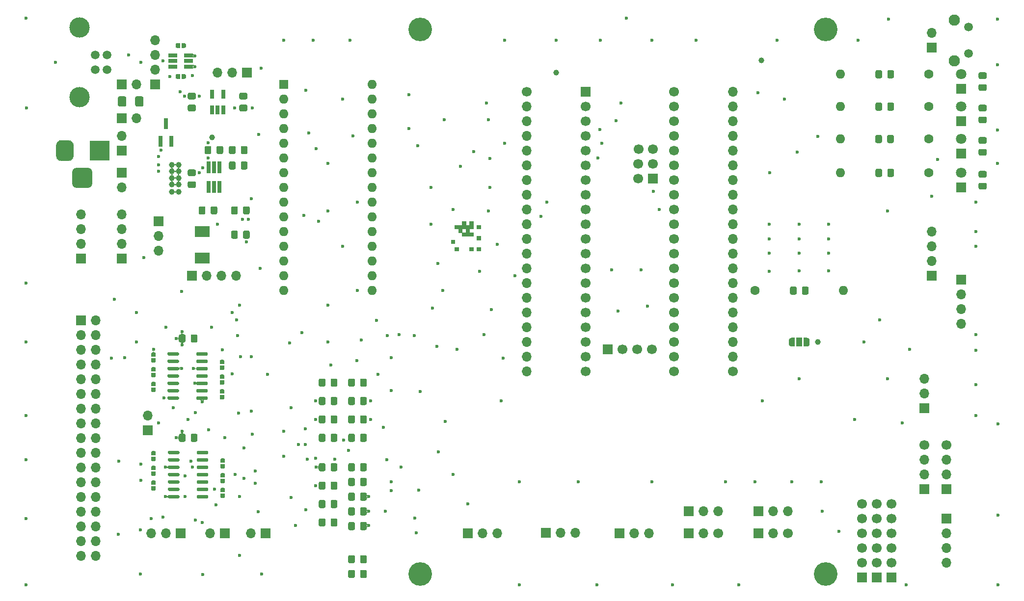
<source format=gbr>
G04 #@! TF.GenerationSoftware,KiCad,Pcbnew,(5.1.9)-1*
G04 #@! TF.CreationDate,2021-07-31T21:07:57+01:00*
G04 #@! TF.ProjectId,Greaseweazle F1 Plus 3.5 Rev 1.1,47726561-7365-4776-9561-7a6c65204631,1.1*
G04 #@! TF.SameCoordinates,PX6312cb0PY6bcb370*
G04 #@! TF.FileFunction,Soldermask,Top*
G04 #@! TF.FilePolarity,Negative*
%FSLAX46Y46*%
G04 Gerber Fmt 4.6, Leading zero omitted, Abs format (unit mm)*
G04 Created by KiCad (PCBNEW (5.1.9)-1) date 2021-07-31 21:07:57*
%MOMM*%
%LPD*%
G01*
G04 APERTURE LIST*
%ADD10C,0.100000*%
%ADD11O,1.700000X1.700000*%
%ADD12R,1.700000X1.700000*%
%ADD13R,1.000000X1.500000*%
%ADD14C,1.700000*%
%ADD15R,0.650000X1.560000*%
%ADD16R,1.560000X0.650000*%
%ADD17R,0.650000X2.000000*%
%ADD18R,0.800000X1.900000*%
%ADD19C,4.064000*%
%ADD20O,1.600000X1.600000*%
%ADD21R,1.600000X1.600000*%
%ADD22R,2.500000X1.900000*%
%ADD23C,3.500120*%
%ADD24C,1.501140*%
%ADD25C,1.600000*%
%ADD26R,1.800000X1.800000*%
%ADD27C,1.800000*%
%ADD28R,3.500000X3.500000*%
%ADD29C,1.950000*%
%ADD30C,1.508000*%
%ADD31C,0.600000*%
%ADD32C,1.000000*%
G04 APERTURE END LIST*
D10*
G36*
X26543000Y22733000D02*
G01*
X25908000Y22733000D01*
X25908000Y23368000D01*
X26543000Y23368000D01*
X26543000Y22733000D01*
G37*
X26543000Y22733000D02*
X25908000Y22733000D01*
X25908000Y23368000D01*
X26543000Y23368000D01*
X26543000Y22733000D01*
G36*
X25273000Y20828000D02*
G01*
X24638000Y20828000D01*
X24638000Y21463000D01*
X25273000Y21463000D01*
X25273000Y20828000D01*
G37*
X25273000Y20828000D02*
X24638000Y20828000D01*
X24638000Y21463000D01*
X25273000Y21463000D01*
X25273000Y20828000D01*
G36*
X22733000Y20828000D02*
G01*
X22098000Y20828000D01*
X22098000Y21463000D01*
X22733000Y21463000D01*
X22733000Y20828000D01*
G37*
X22733000Y20828000D02*
X22098000Y20828000D01*
X22098000Y21463000D01*
X22733000Y21463000D01*
X22733000Y20828000D01*
G36*
X22098000Y22098000D02*
G01*
X21463000Y22098000D01*
X21463000Y22733000D01*
X22098000Y22733000D01*
X22098000Y22098000D01*
G37*
X22098000Y22098000D02*
X21463000Y22098000D01*
X21463000Y22733000D01*
X22098000Y22733000D01*
X22098000Y22098000D01*
G36*
X22733000Y24638000D02*
G01*
X22098000Y24638000D01*
X22098000Y25273000D01*
X22733000Y25273000D01*
X22733000Y24638000D01*
G37*
X22733000Y24638000D02*
X22098000Y24638000D01*
X22098000Y25273000D01*
X22733000Y25273000D01*
X22733000Y24638000D01*
G36*
X23368000Y24638000D02*
G01*
X22733000Y24638000D01*
X22733000Y25273000D01*
X23368000Y25273000D01*
X23368000Y24638000D01*
G37*
X23368000Y24638000D02*
X22733000Y24638000D01*
X22733000Y25273000D01*
X23368000Y25273000D01*
X23368000Y24638000D01*
G36*
X24003000Y25273000D02*
G01*
X23368000Y25273000D01*
X23368000Y25908000D01*
X24003000Y25908000D01*
X24003000Y25273000D01*
G37*
X24003000Y25273000D02*
X23368000Y25273000D01*
X23368000Y25908000D01*
X24003000Y25908000D01*
X24003000Y25273000D01*
G36*
X24003000Y24638000D02*
G01*
X23368000Y24638000D01*
X23368000Y25273000D01*
X24003000Y25273000D01*
X24003000Y24638000D01*
G37*
X24003000Y24638000D02*
X23368000Y24638000D01*
X23368000Y25273000D01*
X24003000Y25273000D01*
X24003000Y24638000D01*
G36*
X24638000Y24638000D02*
G01*
X24003000Y24638000D01*
X24003000Y25273000D01*
X24638000Y25273000D01*
X24638000Y24638000D01*
G37*
X24638000Y24638000D02*
X24003000Y24638000D01*
X24003000Y25273000D01*
X24638000Y25273000D01*
X24638000Y24638000D01*
G36*
X25273000Y24638000D02*
G01*
X24638000Y24638000D01*
X24638000Y25273000D01*
X25273000Y25273000D01*
X25273000Y24638000D01*
G37*
X25273000Y24638000D02*
X24638000Y24638000D01*
X24638000Y25273000D01*
X25273000Y25273000D01*
X25273000Y24638000D01*
G36*
X25273000Y25273000D02*
G01*
X24638000Y25273000D01*
X24638000Y25908000D01*
X25273000Y25908000D01*
X25273000Y25273000D01*
G37*
X25273000Y25273000D02*
X24638000Y25273000D01*
X24638000Y25908000D01*
X25273000Y25908000D01*
X25273000Y25273000D01*
G36*
X26543000Y20828000D02*
G01*
X25908000Y20828000D01*
X25908000Y21463000D01*
X26543000Y21463000D01*
X26543000Y20828000D01*
G37*
X26543000Y20828000D02*
X25908000Y20828000D01*
X25908000Y21463000D01*
X26543000Y21463000D01*
X26543000Y20828000D01*
G36*
X26543000Y24638000D02*
G01*
X25908000Y24638000D01*
X25908000Y25273000D01*
X26543000Y25273000D01*
X26543000Y24638000D01*
G37*
X26543000Y24638000D02*
X25908000Y24638000D01*
X25908000Y25273000D01*
X26543000Y25273000D01*
X26543000Y24638000D01*
G36*
X23368000Y24003000D02*
G01*
X22733000Y24003000D01*
X22733000Y24638000D01*
X23368000Y24638000D01*
X23368000Y24003000D01*
G37*
X23368000Y24003000D02*
X22733000Y24003000D01*
X22733000Y24638000D01*
X23368000Y24638000D01*
X23368000Y24003000D01*
G36*
X24003000Y23368000D02*
G01*
X23368000Y23368000D01*
X23368000Y24003000D01*
X24003000Y24003000D01*
X24003000Y23368000D01*
G37*
X24003000Y23368000D02*
X23368000Y23368000D01*
X23368000Y24003000D01*
X24003000Y24003000D01*
X24003000Y23368000D01*
G36*
X25273000Y23368000D02*
G01*
X24638000Y23368000D01*
X24638000Y24003000D01*
X25273000Y24003000D01*
X25273000Y23368000D01*
G37*
X25273000Y23368000D02*
X24638000Y23368000D01*
X24638000Y24003000D01*
X25273000Y24003000D01*
X25273000Y23368000D01*
G36*
X24638000Y23368000D02*
G01*
X24003000Y23368000D01*
X24003000Y24003000D01*
X24638000Y24003000D01*
X24638000Y23368000D01*
G37*
X24638000Y23368000D02*
X24003000Y23368000D01*
X24003000Y24003000D01*
X24638000Y24003000D01*
X24638000Y23368000D01*
G36*
X24638000Y24003000D02*
G01*
X24003000Y24003000D01*
X24003000Y24638000D01*
X24638000Y24638000D01*
X24638000Y24003000D01*
G37*
X24638000Y24003000D02*
X24003000Y24003000D01*
X24003000Y24638000D01*
X24638000Y24638000D01*
X24638000Y24003000D01*
G36*
X26543000Y22733000D02*
G01*
X25908000Y22733000D01*
X25908000Y23368000D01*
X26543000Y23368000D01*
X26543000Y22733000D01*
G37*
X26543000Y22733000D02*
X25908000Y22733000D01*
X25908000Y23368000D01*
X26543000Y23368000D01*
X26543000Y22733000D01*
G36*
X25273000Y20828000D02*
G01*
X24638000Y20828000D01*
X24638000Y21463000D01*
X25273000Y21463000D01*
X25273000Y20828000D01*
G37*
X25273000Y20828000D02*
X24638000Y20828000D01*
X24638000Y21463000D01*
X25273000Y21463000D01*
X25273000Y20828000D01*
G36*
X22733000Y20828000D02*
G01*
X22098000Y20828000D01*
X22098000Y21463000D01*
X22733000Y21463000D01*
X22733000Y20828000D01*
G37*
X22733000Y20828000D02*
X22098000Y20828000D01*
X22098000Y21463000D01*
X22733000Y21463000D01*
X22733000Y20828000D01*
G36*
X22098000Y22098000D02*
G01*
X21463000Y22098000D01*
X21463000Y22733000D01*
X22098000Y22733000D01*
X22098000Y22098000D01*
G37*
X22098000Y22098000D02*
X21463000Y22098000D01*
X21463000Y22733000D01*
X22098000Y22733000D01*
X22098000Y22098000D01*
G36*
X22733000Y24638000D02*
G01*
X22098000Y24638000D01*
X22098000Y25273000D01*
X22733000Y25273000D01*
X22733000Y24638000D01*
G37*
X22733000Y24638000D02*
X22098000Y24638000D01*
X22098000Y25273000D01*
X22733000Y25273000D01*
X22733000Y24638000D01*
G36*
X23368000Y24638000D02*
G01*
X22733000Y24638000D01*
X22733000Y25273000D01*
X23368000Y25273000D01*
X23368000Y24638000D01*
G37*
X23368000Y24638000D02*
X22733000Y24638000D01*
X22733000Y25273000D01*
X23368000Y25273000D01*
X23368000Y24638000D01*
G36*
X24003000Y25273000D02*
G01*
X23368000Y25273000D01*
X23368000Y25908000D01*
X24003000Y25908000D01*
X24003000Y25273000D01*
G37*
X24003000Y25273000D02*
X23368000Y25273000D01*
X23368000Y25908000D01*
X24003000Y25908000D01*
X24003000Y25273000D01*
G36*
X24003000Y24638000D02*
G01*
X23368000Y24638000D01*
X23368000Y25273000D01*
X24003000Y25273000D01*
X24003000Y24638000D01*
G37*
X24003000Y24638000D02*
X23368000Y24638000D01*
X23368000Y25273000D01*
X24003000Y25273000D01*
X24003000Y24638000D01*
G36*
X24638000Y24638000D02*
G01*
X24003000Y24638000D01*
X24003000Y25273000D01*
X24638000Y25273000D01*
X24638000Y24638000D01*
G37*
X24638000Y24638000D02*
X24003000Y24638000D01*
X24003000Y25273000D01*
X24638000Y25273000D01*
X24638000Y24638000D01*
G36*
X25273000Y24638000D02*
G01*
X24638000Y24638000D01*
X24638000Y25273000D01*
X25273000Y25273000D01*
X25273000Y24638000D01*
G37*
X25273000Y24638000D02*
X24638000Y24638000D01*
X24638000Y25273000D01*
X25273000Y25273000D01*
X25273000Y24638000D01*
G36*
X25273000Y25273000D02*
G01*
X24638000Y25273000D01*
X24638000Y25908000D01*
X25273000Y25908000D01*
X25273000Y25273000D01*
G37*
X25273000Y25273000D02*
X24638000Y25273000D01*
X24638000Y25908000D01*
X25273000Y25908000D01*
X25273000Y25273000D01*
G36*
X26543000Y20828000D02*
G01*
X25908000Y20828000D01*
X25908000Y21463000D01*
X26543000Y21463000D01*
X26543000Y20828000D01*
G37*
X26543000Y20828000D02*
X25908000Y20828000D01*
X25908000Y21463000D01*
X26543000Y21463000D01*
X26543000Y20828000D01*
G36*
X26543000Y24638000D02*
G01*
X25908000Y24638000D01*
X25908000Y25273000D01*
X26543000Y25273000D01*
X26543000Y24638000D01*
G37*
X26543000Y24638000D02*
X25908000Y24638000D01*
X25908000Y25273000D01*
X26543000Y25273000D01*
X26543000Y24638000D01*
G36*
X23368000Y24003000D02*
G01*
X22733000Y24003000D01*
X22733000Y24638000D01*
X23368000Y24638000D01*
X23368000Y24003000D01*
G37*
X23368000Y24003000D02*
X22733000Y24003000D01*
X22733000Y24638000D01*
X23368000Y24638000D01*
X23368000Y24003000D01*
G36*
X24003000Y23368000D02*
G01*
X23368000Y23368000D01*
X23368000Y24003000D01*
X24003000Y24003000D01*
X24003000Y23368000D01*
G37*
X24003000Y23368000D02*
X23368000Y23368000D01*
X23368000Y24003000D01*
X24003000Y24003000D01*
X24003000Y23368000D01*
G36*
X25273000Y23368000D02*
G01*
X24638000Y23368000D01*
X24638000Y24003000D01*
X25273000Y24003000D01*
X25273000Y23368000D01*
G37*
X25273000Y23368000D02*
X24638000Y23368000D01*
X24638000Y24003000D01*
X25273000Y24003000D01*
X25273000Y23368000D01*
G36*
X24638000Y23368000D02*
G01*
X24003000Y23368000D01*
X24003000Y24003000D01*
X24638000Y24003000D01*
X24638000Y23368000D01*
G37*
X24638000Y23368000D02*
X24003000Y23368000D01*
X24003000Y24003000D01*
X24638000Y24003000D01*
X24638000Y23368000D01*
G36*
X24638000Y24003000D02*
G01*
X24003000Y24003000D01*
X24003000Y24638000D01*
X24638000Y24638000D01*
X24638000Y24003000D01*
G37*
X24638000Y24003000D02*
X24003000Y24003000D01*
X24003000Y24638000D01*
X24638000Y24638000D01*
X24638000Y24003000D01*
D11*
X-35306000Y31750000D03*
D12*
X-35306000Y34290000D03*
D11*
X-32766000Y49530000D03*
D12*
X-35306000Y49530000D03*
D11*
X-35306000Y40640000D03*
D12*
X-35306000Y38100000D03*
D11*
X-32766000Y43688000D03*
D12*
X-35306000Y43688000D03*
D13*
X81534000Y5080000D03*
D10*
G36*
X82834000Y5829398D02*
G01*
X82858534Y5829398D01*
X82907365Y5824588D01*
X82955490Y5815016D01*
X83002445Y5800772D01*
X83047778Y5781995D01*
X83091051Y5758864D01*
X83131850Y5731604D01*
X83169779Y5700476D01*
X83204476Y5665779D01*
X83235604Y5627850D01*
X83262864Y5587051D01*
X83285995Y5543778D01*
X83304772Y5498445D01*
X83319016Y5451490D01*
X83328588Y5403365D01*
X83333398Y5354534D01*
X83333398Y5330000D01*
X83334000Y5330000D01*
X83334000Y4830000D01*
X83333398Y4830000D01*
X83333398Y4805466D01*
X83328588Y4756635D01*
X83319016Y4708510D01*
X83304772Y4661555D01*
X83285995Y4616222D01*
X83262864Y4572949D01*
X83235604Y4532150D01*
X83204476Y4494221D01*
X83169779Y4459524D01*
X83131850Y4428396D01*
X83091051Y4401136D01*
X83047778Y4378005D01*
X83002445Y4359228D01*
X82955490Y4344984D01*
X82907365Y4335412D01*
X82858534Y4330602D01*
X82834000Y4330602D01*
X82834000Y4330000D01*
X82284000Y4330000D01*
X82284000Y5830000D01*
X82834000Y5830000D01*
X82834000Y5829398D01*
G37*
G36*
X80784000Y4330000D02*
G01*
X80234000Y4330000D01*
X80234000Y4330602D01*
X80209466Y4330602D01*
X80160635Y4335412D01*
X80112510Y4344984D01*
X80065555Y4359228D01*
X80020222Y4378005D01*
X79976949Y4401136D01*
X79936150Y4428396D01*
X79898221Y4459524D01*
X79863524Y4494221D01*
X79832396Y4532150D01*
X79805136Y4572949D01*
X79782005Y4616222D01*
X79763228Y4661555D01*
X79748984Y4708510D01*
X79739412Y4756635D01*
X79734602Y4805466D01*
X79734602Y4830000D01*
X79734000Y4830000D01*
X79734000Y5330000D01*
X79734602Y5330000D01*
X79734602Y5354534D01*
X79739412Y5403365D01*
X79748984Y5451490D01*
X79763228Y5498445D01*
X79782005Y5543778D01*
X79805136Y5587051D01*
X79832396Y5627850D01*
X79863524Y5665779D01*
X79898221Y5700476D01*
X79936150Y5731604D01*
X79976949Y5758864D01*
X80020222Y5781995D01*
X80065555Y5800772D01*
X80112510Y5815016D01*
X80160635Y5824588D01*
X80209466Y5829398D01*
X80234000Y5829398D01*
X80234000Y5830000D01*
X80784000Y5830000D01*
X80784000Y4330000D01*
G37*
D11*
X-15621000Y16510000D03*
X-18161000Y16510000D03*
X-20701000Y16510000D03*
D12*
X-23241000Y16510000D03*
D11*
X-30226000Y-27940000D03*
X-27686000Y-27940000D03*
D12*
X-25146000Y-27940000D03*
D11*
X-30861000Y-7620000D03*
D12*
X-30861000Y-10160000D03*
D10*
G36*
X-18306699Y-20320000D02*
G01*
X-18306699Y-20307733D01*
X-18304294Y-20283317D01*
X-18299508Y-20259255D01*
X-18292386Y-20235778D01*
X-18282997Y-20213111D01*
X-18271432Y-20191474D01*
X-18257802Y-20171075D01*
X-18242238Y-20152110D01*
X-18224890Y-20134762D01*
X-18205925Y-20119198D01*
X-18185526Y-20105568D01*
X-18163889Y-20094003D01*
X-18141222Y-20084614D01*
X-18117745Y-20077492D01*
X-18093683Y-20072706D01*
X-18069267Y-20070301D01*
X-18044733Y-20070301D01*
X-18032000Y-20071555D01*
X-18032000Y-20070000D01*
X-17782000Y-20070000D01*
X-17782000Y-20071555D01*
X-17769267Y-20070301D01*
X-17744733Y-20070301D01*
X-17720317Y-20072706D01*
X-17696255Y-20077492D01*
X-17672778Y-20084614D01*
X-17650111Y-20094003D01*
X-17628474Y-20105568D01*
X-17608075Y-20119198D01*
X-17589110Y-20134762D01*
X-17571762Y-20152110D01*
X-17556198Y-20171075D01*
X-17542568Y-20191474D01*
X-17531003Y-20213111D01*
X-17521614Y-20235778D01*
X-17514492Y-20259255D01*
X-17509706Y-20283317D01*
X-17507301Y-20307733D01*
X-17507301Y-20320000D01*
X-17507000Y-20320000D01*
X-17507000Y-20820000D01*
X-18307000Y-20820000D01*
X-18307000Y-20320000D01*
X-18306699Y-20320000D01*
G37*
G36*
X-17507000Y-21090000D02*
G01*
X-17507000Y-21590000D01*
X-17507301Y-21590000D01*
X-17507301Y-21602267D01*
X-17509706Y-21626683D01*
X-17514492Y-21650745D01*
X-17521614Y-21674222D01*
X-17531003Y-21696889D01*
X-17542568Y-21718526D01*
X-17556198Y-21738925D01*
X-17571762Y-21757890D01*
X-17589110Y-21775238D01*
X-17608075Y-21790802D01*
X-17628474Y-21804432D01*
X-17650111Y-21815997D01*
X-17672778Y-21825386D01*
X-17696255Y-21832508D01*
X-17720317Y-21837294D01*
X-17744733Y-21839699D01*
X-17769267Y-21839699D01*
X-17782000Y-21838445D01*
X-17782000Y-21840000D01*
X-18032000Y-21840000D01*
X-18032000Y-21838445D01*
X-18044733Y-21839699D01*
X-18069267Y-21839699D01*
X-18093683Y-21837294D01*
X-18117745Y-21832508D01*
X-18141222Y-21825386D01*
X-18163889Y-21815997D01*
X-18185526Y-21804432D01*
X-18205925Y-21790802D01*
X-18224890Y-21775238D01*
X-18242238Y-21757890D01*
X-18257802Y-21738925D01*
X-18271432Y-21718526D01*
X-18282997Y-21696889D01*
X-18292386Y-21674222D01*
X-18299508Y-21650745D01*
X-18304294Y-21626683D01*
X-18306699Y-21602267D01*
X-18306699Y-21590000D01*
X-18307000Y-21590000D01*
X-18307000Y-21090000D01*
X-17507000Y-21090000D01*
G37*
G36*
X-18306699Y-17780000D02*
G01*
X-18306699Y-17767733D01*
X-18304294Y-17743317D01*
X-18299508Y-17719255D01*
X-18292386Y-17695778D01*
X-18282997Y-17673111D01*
X-18271432Y-17651474D01*
X-18257802Y-17631075D01*
X-18242238Y-17612110D01*
X-18224890Y-17594762D01*
X-18205925Y-17579198D01*
X-18185526Y-17565568D01*
X-18163889Y-17554003D01*
X-18141222Y-17544614D01*
X-18117745Y-17537492D01*
X-18093683Y-17532706D01*
X-18069267Y-17530301D01*
X-18044733Y-17530301D01*
X-18032000Y-17531555D01*
X-18032000Y-17530000D01*
X-17782000Y-17530000D01*
X-17782000Y-17531555D01*
X-17769267Y-17530301D01*
X-17744733Y-17530301D01*
X-17720317Y-17532706D01*
X-17696255Y-17537492D01*
X-17672778Y-17544614D01*
X-17650111Y-17554003D01*
X-17628474Y-17565568D01*
X-17608075Y-17579198D01*
X-17589110Y-17594762D01*
X-17571762Y-17612110D01*
X-17556198Y-17631075D01*
X-17542568Y-17651474D01*
X-17531003Y-17673111D01*
X-17521614Y-17695778D01*
X-17514492Y-17719255D01*
X-17509706Y-17743317D01*
X-17507301Y-17767733D01*
X-17507301Y-17780000D01*
X-17507000Y-17780000D01*
X-17507000Y-18280000D01*
X-18307000Y-18280000D01*
X-18307000Y-17780000D01*
X-18306699Y-17780000D01*
G37*
G36*
X-17507000Y-18550000D02*
G01*
X-17507000Y-19050000D01*
X-17507301Y-19050000D01*
X-17507301Y-19062267D01*
X-17509706Y-19086683D01*
X-17514492Y-19110745D01*
X-17521614Y-19134222D01*
X-17531003Y-19156889D01*
X-17542568Y-19178526D01*
X-17556198Y-19198925D01*
X-17571762Y-19217890D01*
X-17589110Y-19235238D01*
X-17608075Y-19250802D01*
X-17628474Y-19264432D01*
X-17650111Y-19275997D01*
X-17672778Y-19285386D01*
X-17696255Y-19292508D01*
X-17720317Y-19297294D01*
X-17744733Y-19299699D01*
X-17769267Y-19299699D01*
X-17782000Y-19298445D01*
X-17782000Y-19300000D01*
X-18032000Y-19300000D01*
X-18032000Y-19298445D01*
X-18044733Y-19299699D01*
X-18069267Y-19299699D01*
X-18093683Y-19297294D01*
X-18117745Y-19292508D01*
X-18141222Y-19285386D01*
X-18163889Y-19275997D01*
X-18185526Y-19264432D01*
X-18205925Y-19250802D01*
X-18224890Y-19235238D01*
X-18242238Y-19217890D01*
X-18257802Y-19198925D01*
X-18271432Y-19178526D01*
X-18282997Y-19156889D01*
X-18292386Y-19134222D01*
X-18299508Y-19110745D01*
X-18304294Y-19086683D01*
X-18306699Y-19062267D01*
X-18306699Y-19050000D01*
X-18307000Y-19050000D01*
X-18307000Y-18550000D01*
X-17507000Y-18550000D01*
G37*
G36*
X-18306699Y-15240000D02*
G01*
X-18306699Y-15227733D01*
X-18304294Y-15203317D01*
X-18299508Y-15179255D01*
X-18292386Y-15155778D01*
X-18282997Y-15133111D01*
X-18271432Y-15111474D01*
X-18257802Y-15091075D01*
X-18242238Y-15072110D01*
X-18224890Y-15054762D01*
X-18205925Y-15039198D01*
X-18185526Y-15025568D01*
X-18163889Y-15014003D01*
X-18141222Y-15004614D01*
X-18117745Y-14997492D01*
X-18093683Y-14992706D01*
X-18069267Y-14990301D01*
X-18044733Y-14990301D01*
X-18032000Y-14991555D01*
X-18032000Y-14990000D01*
X-17782000Y-14990000D01*
X-17782000Y-14991555D01*
X-17769267Y-14990301D01*
X-17744733Y-14990301D01*
X-17720317Y-14992706D01*
X-17696255Y-14997492D01*
X-17672778Y-15004614D01*
X-17650111Y-15014003D01*
X-17628474Y-15025568D01*
X-17608075Y-15039198D01*
X-17589110Y-15054762D01*
X-17571762Y-15072110D01*
X-17556198Y-15091075D01*
X-17542568Y-15111474D01*
X-17531003Y-15133111D01*
X-17521614Y-15155778D01*
X-17514492Y-15179255D01*
X-17509706Y-15203317D01*
X-17507301Y-15227733D01*
X-17507301Y-15240000D01*
X-17507000Y-15240000D01*
X-17507000Y-15740000D01*
X-18307000Y-15740000D01*
X-18307000Y-15240000D01*
X-18306699Y-15240000D01*
G37*
G36*
X-17507000Y-16010000D02*
G01*
X-17507000Y-16510000D01*
X-17507301Y-16510000D01*
X-17507301Y-16522267D01*
X-17509706Y-16546683D01*
X-17514492Y-16570745D01*
X-17521614Y-16594222D01*
X-17531003Y-16616889D01*
X-17542568Y-16638526D01*
X-17556198Y-16658925D01*
X-17571762Y-16677890D01*
X-17589110Y-16695238D01*
X-17608075Y-16710802D01*
X-17628474Y-16724432D01*
X-17650111Y-16735997D01*
X-17672778Y-16745386D01*
X-17696255Y-16752508D01*
X-17720317Y-16757294D01*
X-17744733Y-16759699D01*
X-17769267Y-16759699D01*
X-17782000Y-16758445D01*
X-17782000Y-16760000D01*
X-18032000Y-16760000D01*
X-18032000Y-16758445D01*
X-18044733Y-16759699D01*
X-18069267Y-16759699D01*
X-18093683Y-16757294D01*
X-18117745Y-16752508D01*
X-18141222Y-16745386D01*
X-18163889Y-16735997D01*
X-18185526Y-16724432D01*
X-18205925Y-16710802D01*
X-18224890Y-16695238D01*
X-18242238Y-16677890D01*
X-18257802Y-16658925D01*
X-18271432Y-16638526D01*
X-18282997Y-16616889D01*
X-18292386Y-16594222D01*
X-18299508Y-16570745D01*
X-18304294Y-16546683D01*
X-18306699Y-16522267D01*
X-18306699Y-16510000D01*
X-18307000Y-16510000D01*
X-18307000Y-16010000D01*
X-17507000Y-16010000D01*
G37*
G36*
X-30244699Y-13970000D02*
G01*
X-30244699Y-13957733D01*
X-30242294Y-13933317D01*
X-30237508Y-13909255D01*
X-30230386Y-13885778D01*
X-30220997Y-13863111D01*
X-30209432Y-13841474D01*
X-30195802Y-13821075D01*
X-30180238Y-13802110D01*
X-30162890Y-13784762D01*
X-30143925Y-13769198D01*
X-30123526Y-13755568D01*
X-30101889Y-13744003D01*
X-30079222Y-13734614D01*
X-30055745Y-13727492D01*
X-30031683Y-13722706D01*
X-30007267Y-13720301D01*
X-29982733Y-13720301D01*
X-29970000Y-13721555D01*
X-29970000Y-13720000D01*
X-29720000Y-13720000D01*
X-29720000Y-13721555D01*
X-29707267Y-13720301D01*
X-29682733Y-13720301D01*
X-29658317Y-13722706D01*
X-29634255Y-13727492D01*
X-29610778Y-13734614D01*
X-29588111Y-13744003D01*
X-29566474Y-13755568D01*
X-29546075Y-13769198D01*
X-29527110Y-13784762D01*
X-29509762Y-13802110D01*
X-29494198Y-13821075D01*
X-29480568Y-13841474D01*
X-29469003Y-13863111D01*
X-29459614Y-13885778D01*
X-29452492Y-13909255D01*
X-29447706Y-13933317D01*
X-29445301Y-13957733D01*
X-29445301Y-13970000D01*
X-29445000Y-13970000D01*
X-29445000Y-14470000D01*
X-30245000Y-14470000D01*
X-30245000Y-13970000D01*
X-30244699Y-13970000D01*
G37*
G36*
X-29445000Y-14740000D02*
G01*
X-29445000Y-15240000D01*
X-29445301Y-15240000D01*
X-29445301Y-15252267D01*
X-29447706Y-15276683D01*
X-29452492Y-15300745D01*
X-29459614Y-15324222D01*
X-29469003Y-15346889D01*
X-29480568Y-15368526D01*
X-29494198Y-15388925D01*
X-29509762Y-15407890D01*
X-29527110Y-15425238D01*
X-29546075Y-15440802D01*
X-29566474Y-15454432D01*
X-29588111Y-15465997D01*
X-29610778Y-15475386D01*
X-29634255Y-15482508D01*
X-29658317Y-15487294D01*
X-29682733Y-15489699D01*
X-29707267Y-15489699D01*
X-29720000Y-15488445D01*
X-29720000Y-15490000D01*
X-29970000Y-15490000D01*
X-29970000Y-15488445D01*
X-29982733Y-15489699D01*
X-30007267Y-15489699D01*
X-30031683Y-15487294D01*
X-30055745Y-15482508D01*
X-30079222Y-15475386D01*
X-30101889Y-15465997D01*
X-30123526Y-15454432D01*
X-30143925Y-15440802D01*
X-30162890Y-15425238D01*
X-30180238Y-15407890D01*
X-30195802Y-15388925D01*
X-30209432Y-15368526D01*
X-30220997Y-15346889D01*
X-30230386Y-15324222D01*
X-30237508Y-15300745D01*
X-30242294Y-15276683D01*
X-30244699Y-15252267D01*
X-30244699Y-15240000D01*
X-30245000Y-15240000D01*
X-30245000Y-14740000D01*
X-29445000Y-14740000D01*
G37*
G36*
X-30244699Y-16510000D02*
G01*
X-30244699Y-16497733D01*
X-30242294Y-16473317D01*
X-30237508Y-16449255D01*
X-30230386Y-16425778D01*
X-30220997Y-16403111D01*
X-30209432Y-16381474D01*
X-30195802Y-16361075D01*
X-30180238Y-16342110D01*
X-30162890Y-16324762D01*
X-30143925Y-16309198D01*
X-30123526Y-16295568D01*
X-30101889Y-16284003D01*
X-30079222Y-16274614D01*
X-30055745Y-16267492D01*
X-30031683Y-16262706D01*
X-30007267Y-16260301D01*
X-29982733Y-16260301D01*
X-29970000Y-16261555D01*
X-29970000Y-16260000D01*
X-29720000Y-16260000D01*
X-29720000Y-16261555D01*
X-29707267Y-16260301D01*
X-29682733Y-16260301D01*
X-29658317Y-16262706D01*
X-29634255Y-16267492D01*
X-29610778Y-16274614D01*
X-29588111Y-16284003D01*
X-29566474Y-16295568D01*
X-29546075Y-16309198D01*
X-29527110Y-16324762D01*
X-29509762Y-16342110D01*
X-29494198Y-16361075D01*
X-29480568Y-16381474D01*
X-29469003Y-16403111D01*
X-29459614Y-16425778D01*
X-29452492Y-16449255D01*
X-29447706Y-16473317D01*
X-29445301Y-16497733D01*
X-29445301Y-16510000D01*
X-29445000Y-16510000D01*
X-29445000Y-17010000D01*
X-30245000Y-17010000D01*
X-30245000Y-16510000D01*
X-30244699Y-16510000D01*
G37*
G36*
X-29445000Y-17280000D02*
G01*
X-29445000Y-17780000D01*
X-29445301Y-17780000D01*
X-29445301Y-17792267D01*
X-29447706Y-17816683D01*
X-29452492Y-17840745D01*
X-29459614Y-17864222D01*
X-29469003Y-17886889D01*
X-29480568Y-17908526D01*
X-29494198Y-17928925D01*
X-29509762Y-17947890D01*
X-29527110Y-17965238D01*
X-29546075Y-17980802D01*
X-29566474Y-17994432D01*
X-29588111Y-18005997D01*
X-29610778Y-18015386D01*
X-29634255Y-18022508D01*
X-29658317Y-18027294D01*
X-29682733Y-18029699D01*
X-29707267Y-18029699D01*
X-29720000Y-18028445D01*
X-29720000Y-18030000D01*
X-29970000Y-18030000D01*
X-29970000Y-18028445D01*
X-29982733Y-18029699D01*
X-30007267Y-18029699D01*
X-30031683Y-18027294D01*
X-30055745Y-18022508D01*
X-30079222Y-18015386D01*
X-30101889Y-18005997D01*
X-30123526Y-17994432D01*
X-30143925Y-17980802D01*
X-30162890Y-17965238D01*
X-30180238Y-17947890D01*
X-30195802Y-17928925D01*
X-30209432Y-17908526D01*
X-30220997Y-17886889D01*
X-30230386Y-17864222D01*
X-30237508Y-17840745D01*
X-30242294Y-17816683D01*
X-30244699Y-17792267D01*
X-30244699Y-17780000D01*
X-30245000Y-17780000D01*
X-30245000Y-17280000D01*
X-29445000Y-17280000D01*
G37*
G36*
X-30244699Y-19050000D02*
G01*
X-30244699Y-19037733D01*
X-30242294Y-19013317D01*
X-30237508Y-18989255D01*
X-30230386Y-18965778D01*
X-30220997Y-18943111D01*
X-30209432Y-18921474D01*
X-30195802Y-18901075D01*
X-30180238Y-18882110D01*
X-30162890Y-18864762D01*
X-30143925Y-18849198D01*
X-30123526Y-18835568D01*
X-30101889Y-18824003D01*
X-30079222Y-18814614D01*
X-30055745Y-18807492D01*
X-30031683Y-18802706D01*
X-30007267Y-18800301D01*
X-29982733Y-18800301D01*
X-29970000Y-18801555D01*
X-29970000Y-18800000D01*
X-29720000Y-18800000D01*
X-29720000Y-18801555D01*
X-29707267Y-18800301D01*
X-29682733Y-18800301D01*
X-29658317Y-18802706D01*
X-29634255Y-18807492D01*
X-29610778Y-18814614D01*
X-29588111Y-18824003D01*
X-29566474Y-18835568D01*
X-29546075Y-18849198D01*
X-29527110Y-18864762D01*
X-29509762Y-18882110D01*
X-29494198Y-18901075D01*
X-29480568Y-18921474D01*
X-29469003Y-18943111D01*
X-29459614Y-18965778D01*
X-29452492Y-18989255D01*
X-29447706Y-19013317D01*
X-29445301Y-19037733D01*
X-29445301Y-19050000D01*
X-29445000Y-19050000D01*
X-29445000Y-19550000D01*
X-30245000Y-19550000D01*
X-30245000Y-19050000D01*
X-30244699Y-19050000D01*
G37*
G36*
X-29445000Y-19820000D02*
G01*
X-29445000Y-20320000D01*
X-29445301Y-20320000D01*
X-29445301Y-20332267D01*
X-29447706Y-20356683D01*
X-29452492Y-20380745D01*
X-29459614Y-20404222D01*
X-29469003Y-20426889D01*
X-29480568Y-20448526D01*
X-29494198Y-20468925D01*
X-29509762Y-20487890D01*
X-29527110Y-20505238D01*
X-29546075Y-20520802D01*
X-29566474Y-20534432D01*
X-29588111Y-20545997D01*
X-29610778Y-20555386D01*
X-29634255Y-20562508D01*
X-29658317Y-20567294D01*
X-29682733Y-20569699D01*
X-29707267Y-20569699D01*
X-29720000Y-20568445D01*
X-29720000Y-20570000D01*
X-29970000Y-20570000D01*
X-29970000Y-20568445D01*
X-29982733Y-20569699D01*
X-30007267Y-20569699D01*
X-30031683Y-20567294D01*
X-30055745Y-20562508D01*
X-30079222Y-20555386D01*
X-30101889Y-20545997D01*
X-30123526Y-20534432D01*
X-30143925Y-20520802D01*
X-30162890Y-20505238D01*
X-30180238Y-20487890D01*
X-30195802Y-20468925D01*
X-30209432Y-20448526D01*
X-30220997Y-20426889D01*
X-30230386Y-20404222D01*
X-30237508Y-20380745D01*
X-30242294Y-20356683D01*
X-30244699Y-20332267D01*
X-30244699Y-20320000D01*
X-30245000Y-20320000D01*
X-30245000Y-19820000D01*
X-29445000Y-19820000D01*
G37*
G36*
X-18433699Y-3302000D02*
G01*
X-18433699Y-3289733D01*
X-18431294Y-3265317D01*
X-18426508Y-3241255D01*
X-18419386Y-3217778D01*
X-18409997Y-3195111D01*
X-18398432Y-3173474D01*
X-18384802Y-3153075D01*
X-18369238Y-3134110D01*
X-18351890Y-3116762D01*
X-18332925Y-3101198D01*
X-18312526Y-3087568D01*
X-18290889Y-3076003D01*
X-18268222Y-3066614D01*
X-18244745Y-3059492D01*
X-18220683Y-3054706D01*
X-18196267Y-3052301D01*
X-18171733Y-3052301D01*
X-18159000Y-3053555D01*
X-18159000Y-3052000D01*
X-17909000Y-3052000D01*
X-17909000Y-3053555D01*
X-17896267Y-3052301D01*
X-17871733Y-3052301D01*
X-17847317Y-3054706D01*
X-17823255Y-3059492D01*
X-17799778Y-3066614D01*
X-17777111Y-3076003D01*
X-17755474Y-3087568D01*
X-17735075Y-3101198D01*
X-17716110Y-3116762D01*
X-17698762Y-3134110D01*
X-17683198Y-3153075D01*
X-17669568Y-3173474D01*
X-17658003Y-3195111D01*
X-17648614Y-3217778D01*
X-17641492Y-3241255D01*
X-17636706Y-3265317D01*
X-17634301Y-3289733D01*
X-17634301Y-3302000D01*
X-17634000Y-3302000D01*
X-17634000Y-3802000D01*
X-18434000Y-3802000D01*
X-18434000Y-3302000D01*
X-18433699Y-3302000D01*
G37*
G36*
X-17634000Y-4072000D02*
G01*
X-17634000Y-4572000D01*
X-17634301Y-4572000D01*
X-17634301Y-4584267D01*
X-17636706Y-4608683D01*
X-17641492Y-4632745D01*
X-17648614Y-4656222D01*
X-17658003Y-4678889D01*
X-17669568Y-4700526D01*
X-17683198Y-4720925D01*
X-17698762Y-4739890D01*
X-17716110Y-4757238D01*
X-17735075Y-4772802D01*
X-17755474Y-4786432D01*
X-17777111Y-4797997D01*
X-17799778Y-4807386D01*
X-17823255Y-4814508D01*
X-17847317Y-4819294D01*
X-17871733Y-4821699D01*
X-17896267Y-4821699D01*
X-17909000Y-4820445D01*
X-17909000Y-4822000D01*
X-18159000Y-4822000D01*
X-18159000Y-4820445D01*
X-18171733Y-4821699D01*
X-18196267Y-4821699D01*
X-18220683Y-4819294D01*
X-18244745Y-4814508D01*
X-18268222Y-4807386D01*
X-18290889Y-4797997D01*
X-18312526Y-4786432D01*
X-18332925Y-4772802D01*
X-18351890Y-4757238D01*
X-18369238Y-4739890D01*
X-18384802Y-4720925D01*
X-18398432Y-4700526D01*
X-18409997Y-4678889D01*
X-18419386Y-4656222D01*
X-18426508Y-4632745D01*
X-18431294Y-4608683D01*
X-18433699Y-4584267D01*
X-18433699Y-4572000D01*
X-18434000Y-4572000D01*
X-18434000Y-4072000D01*
X-17634000Y-4072000D01*
G37*
G36*
X-18433699Y-762000D02*
G01*
X-18433699Y-749733D01*
X-18431294Y-725317D01*
X-18426508Y-701255D01*
X-18419386Y-677778D01*
X-18409997Y-655111D01*
X-18398432Y-633474D01*
X-18384802Y-613075D01*
X-18369238Y-594110D01*
X-18351890Y-576762D01*
X-18332925Y-561198D01*
X-18312526Y-547568D01*
X-18290889Y-536003D01*
X-18268222Y-526614D01*
X-18244745Y-519492D01*
X-18220683Y-514706D01*
X-18196267Y-512301D01*
X-18171733Y-512301D01*
X-18159000Y-513555D01*
X-18159000Y-512000D01*
X-17909000Y-512000D01*
X-17909000Y-513555D01*
X-17896267Y-512301D01*
X-17871733Y-512301D01*
X-17847317Y-514706D01*
X-17823255Y-519492D01*
X-17799778Y-526614D01*
X-17777111Y-536003D01*
X-17755474Y-547568D01*
X-17735075Y-561198D01*
X-17716110Y-576762D01*
X-17698762Y-594110D01*
X-17683198Y-613075D01*
X-17669568Y-633474D01*
X-17658003Y-655111D01*
X-17648614Y-677778D01*
X-17641492Y-701255D01*
X-17636706Y-725317D01*
X-17634301Y-749733D01*
X-17634301Y-762000D01*
X-17634000Y-762000D01*
X-17634000Y-1262000D01*
X-18434000Y-1262000D01*
X-18434000Y-762000D01*
X-18433699Y-762000D01*
G37*
G36*
X-17634000Y-1532000D02*
G01*
X-17634000Y-2032000D01*
X-17634301Y-2032000D01*
X-17634301Y-2044267D01*
X-17636706Y-2068683D01*
X-17641492Y-2092745D01*
X-17648614Y-2116222D01*
X-17658003Y-2138889D01*
X-17669568Y-2160526D01*
X-17683198Y-2180925D01*
X-17698762Y-2199890D01*
X-17716110Y-2217238D01*
X-17735075Y-2232802D01*
X-17755474Y-2246432D01*
X-17777111Y-2257997D01*
X-17799778Y-2267386D01*
X-17823255Y-2274508D01*
X-17847317Y-2279294D01*
X-17871733Y-2281699D01*
X-17896267Y-2281699D01*
X-17909000Y-2280445D01*
X-17909000Y-2282000D01*
X-18159000Y-2282000D01*
X-18159000Y-2280445D01*
X-18171733Y-2281699D01*
X-18196267Y-2281699D01*
X-18220683Y-2279294D01*
X-18244745Y-2274508D01*
X-18268222Y-2267386D01*
X-18290889Y-2257997D01*
X-18312526Y-2246432D01*
X-18332925Y-2232802D01*
X-18351890Y-2217238D01*
X-18369238Y-2199890D01*
X-18384802Y-2180925D01*
X-18398432Y-2160526D01*
X-18409997Y-2138889D01*
X-18419386Y-2116222D01*
X-18426508Y-2092745D01*
X-18431294Y-2068683D01*
X-18433699Y-2044267D01*
X-18433699Y-2032000D01*
X-18434000Y-2032000D01*
X-18434000Y-1532000D01*
X-17634000Y-1532000D01*
G37*
G36*
X-30244699Y3048000D02*
G01*
X-30244699Y3060267D01*
X-30242294Y3084683D01*
X-30237508Y3108745D01*
X-30230386Y3132222D01*
X-30220997Y3154889D01*
X-30209432Y3176526D01*
X-30195802Y3196925D01*
X-30180238Y3215890D01*
X-30162890Y3233238D01*
X-30143925Y3248802D01*
X-30123526Y3262432D01*
X-30101889Y3273997D01*
X-30079222Y3283386D01*
X-30055745Y3290508D01*
X-30031683Y3295294D01*
X-30007267Y3297699D01*
X-29982733Y3297699D01*
X-29970000Y3296445D01*
X-29970000Y3298000D01*
X-29720000Y3298000D01*
X-29720000Y3296445D01*
X-29707267Y3297699D01*
X-29682733Y3297699D01*
X-29658317Y3295294D01*
X-29634255Y3290508D01*
X-29610778Y3283386D01*
X-29588111Y3273997D01*
X-29566474Y3262432D01*
X-29546075Y3248802D01*
X-29527110Y3233238D01*
X-29509762Y3215890D01*
X-29494198Y3196925D01*
X-29480568Y3176526D01*
X-29469003Y3154889D01*
X-29459614Y3132222D01*
X-29452492Y3108745D01*
X-29447706Y3084683D01*
X-29445301Y3060267D01*
X-29445301Y3048000D01*
X-29445000Y3048000D01*
X-29445000Y2548000D01*
X-30245000Y2548000D01*
X-30245000Y3048000D01*
X-30244699Y3048000D01*
G37*
G36*
X-29445000Y2278000D02*
G01*
X-29445000Y1778000D01*
X-29445301Y1778000D01*
X-29445301Y1765733D01*
X-29447706Y1741317D01*
X-29452492Y1717255D01*
X-29459614Y1693778D01*
X-29469003Y1671111D01*
X-29480568Y1649474D01*
X-29494198Y1629075D01*
X-29509762Y1610110D01*
X-29527110Y1592762D01*
X-29546075Y1577198D01*
X-29566474Y1563568D01*
X-29588111Y1552003D01*
X-29610778Y1542614D01*
X-29634255Y1535492D01*
X-29658317Y1530706D01*
X-29682733Y1528301D01*
X-29707267Y1528301D01*
X-29720000Y1529555D01*
X-29720000Y1528000D01*
X-29970000Y1528000D01*
X-29970000Y1529555D01*
X-29982733Y1528301D01*
X-30007267Y1528301D01*
X-30031683Y1530706D01*
X-30055745Y1535492D01*
X-30079222Y1542614D01*
X-30101889Y1552003D01*
X-30123526Y1563568D01*
X-30143925Y1577198D01*
X-30162890Y1592762D01*
X-30180238Y1610110D01*
X-30195802Y1629075D01*
X-30209432Y1649474D01*
X-30220997Y1671111D01*
X-30230386Y1693778D01*
X-30237508Y1717255D01*
X-30242294Y1741317D01*
X-30244699Y1765733D01*
X-30244699Y1778000D01*
X-30245000Y1778000D01*
X-30245000Y2278000D01*
X-29445000Y2278000D01*
G37*
G36*
X-30244699Y508000D02*
G01*
X-30244699Y520267D01*
X-30242294Y544683D01*
X-30237508Y568745D01*
X-30230386Y592222D01*
X-30220997Y614889D01*
X-30209432Y636526D01*
X-30195802Y656925D01*
X-30180238Y675890D01*
X-30162890Y693238D01*
X-30143925Y708802D01*
X-30123526Y722432D01*
X-30101889Y733997D01*
X-30079222Y743386D01*
X-30055745Y750508D01*
X-30031683Y755294D01*
X-30007267Y757699D01*
X-29982733Y757699D01*
X-29970000Y756445D01*
X-29970000Y758000D01*
X-29720000Y758000D01*
X-29720000Y756445D01*
X-29707267Y757699D01*
X-29682733Y757699D01*
X-29658317Y755294D01*
X-29634255Y750508D01*
X-29610778Y743386D01*
X-29588111Y733997D01*
X-29566474Y722432D01*
X-29546075Y708802D01*
X-29527110Y693238D01*
X-29509762Y675890D01*
X-29494198Y656925D01*
X-29480568Y636526D01*
X-29469003Y614889D01*
X-29459614Y592222D01*
X-29452492Y568745D01*
X-29447706Y544683D01*
X-29445301Y520267D01*
X-29445301Y508000D01*
X-29445000Y508000D01*
X-29445000Y8000D01*
X-30245000Y8000D01*
X-30245000Y508000D01*
X-30244699Y508000D01*
G37*
G36*
X-29445000Y-262000D02*
G01*
X-29445000Y-762000D01*
X-29445301Y-762000D01*
X-29445301Y-774267D01*
X-29447706Y-798683D01*
X-29452492Y-822745D01*
X-29459614Y-846222D01*
X-29469003Y-868889D01*
X-29480568Y-890526D01*
X-29494198Y-910925D01*
X-29509762Y-929890D01*
X-29527110Y-947238D01*
X-29546075Y-962802D01*
X-29566474Y-976432D01*
X-29588111Y-987997D01*
X-29610778Y-997386D01*
X-29634255Y-1004508D01*
X-29658317Y-1009294D01*
X-29682733Y-1011699D01*
X-29707267Y-1011699D01*
X-29720000Y-1010445D01*
X-29720000Y-1012000D01*
X-29970000Y-1012000D01*
X-29970000Y-1010445D01*
X-29982733Y-1011699D01*
X-30007267Y-1011699D01*
X-30031683Y-1009294D01*
X-30055745Y-1004508D01*
X-30079222Y-997386D01*
X-30101889Y-987997D01*
X-30123526Y-976432D01*
X-30143925Y-962802D01*
X-30162890Y-947238D01*
X-30180238Y-929890D01*
X-30195802Y-910925D01*
X-30209432Y-890526D01*
X-30220997Y-868889D01*
X-30230386Y-846222D01*
X-30237508Y-822745D01*
X-30242294Y-798683D01*
X-30244699Y-774267D01*
X-30244699Y-762000D01*
X-30245000Y-762000D01*
X-30245000Y-262000D01*
X-29445000Y-262000D01*
G37*
G36*
X-30244699Y-2032000D02*
G01*
X-30244699Y-2019733D01*
X-30242294Y-1995317D01*
X-30237508Y-1971255D01*
X-30230386Y-1947778D01*
X-30220997Y-1925111D01*
X-30209432Y-1903474D01*
X-30195802Y-1883075D01*
X-30180238Y-1864110D01*
X-30162890Y-1846762D01*
X-30143925Y-1831198D01*
X-30123526Y-1817568D01*
X-30101889Y-1806003D01*
X-30079222Y-1796614D01*
X-30055745Y-1789492D01*
X-30031683Y-1784706D01*
X-30007267Y-1782301D01*
X-29982733Y-1782301D01*
X-29970000Y-1783555D01*
X-29970000Y-1782000D01*
X-29720000Y-1782000D01*
X-29720000Y-1783555D01*
X-29707267Y-1782301D01*
X-29682733Y-1782301D01*
X-29658317Y-1784706D01*
X-29634255Y-1789492D01*
X-29610778Y-1796614D01*
X-29588111Y-1806003D01*
X-29566474Y-1817568D01*
X-29546075Y-1831198D01*
X-29527110Y-1846762D01*
X-29509762Y-1864110D01*
X-29494198Y-1883075D01*
X-29480568Y-1903474D01*
X-29469003Y-1925111D01*
X-29459614Y-1947778D01*
X-29452492Y-1971255D01*
X-29447706Y-1995317D01*
X-29445301Y-2019733D01*
X-29445301Y-2032000D01*
X-29445000Y-2032000D01*
X-29445000Y-2532000D01*
X-30245000Y-2532000D01*
X-30245000Y-2032000D01*
X-30244699Y-2032000D01*
G37*
G36*
X-29445000Y-2802000D02*
G01*
X-29445000Y-3302000D01*
X-29445301Y-3302000D01*
X-29445301Y-3314267D01*
X-29447706Y-3338683D01*
X-29452492Y-3362745D01*
X-29459614Y-3386222D01*
X-29469003Y-3408889D01*
X-29480568Y-3430526D01*
X-29494198Y-3450925D01*
X-29509762Y-3469890D01*
X-29527110Y-3487238D01*
X-29546075Y-3502802D01*
X-29566474Y-3516432D01*
X-29588111Y-3527997D01*
X-29610778Y-3537386D01*
X-29634255Y-3544508D01*
X-29658317Y-3549294D01*
X-29682733Y-3551699D01*
X-29707267Y-3551699D01*
X-29720000Y-3550445D01*
X-29720000Y-3552000D01*
X-29970000Y-3552000D01*
X-29970000Y-3550445D01*
X-29982733Y-3551699D01*
X-30007267Y-3551699D01*
X-30031683Y-3549294D01*
X-30055745Y-3544508D01*
X-30079222Y-3537386D01*
X-30101889Y-3527997D01*
X-30123526Y-3516432D01*
X-30143925Y-3502802D01*
X-30162890Y-3487238D01*
X-30180238Y-3469890D01*
X-30195802Y-3450925D01*
X-30209432Y-3430526D01*
X-30220997Y-3408889D01*
X-30230386Y-3386222D01*
X-30237508Y-3362745D01*
X-30242294Y-3338683D01*
X-30244699Y-3314267D01*
X-30244699Y-3302000D01*
X-30245000Y-3302000D01*
X-30245000Y-2802000D01*
X-29445000Y-2802000D01*
G37*
G36*
X-25781000Y50527301D02*
G01*
X-25793267Y50527301D01*
X-25817683Y50529706D01*
X-25841745Y50534492D01*
X-25865222Y50541614D01*
X-25887889Y50551003D01*
X-25909526Y50562568D01*
X-25929925Y50576198D01*
X-25948890Y50591762D01*
X-25966238Y50609110D01*
X-25981802Y50628075D01*
X-25995432Y50648474D01*
X-26006997Y50670111D01*
X-26016386Y50692778D01*
X-26023508Y50716255D01*
X-26028294Y50740317D01*
X-26030699Y50764733D01*
X-26030699Y50789267D01*
X-26029445Y50802000D01*
X-26031000Y50802000D01*
X-26031000Y51052000D01*
X-26029445Y51052000D01*
X-26030699Y51064733D01*
X-26030699Y51089267D01*
X-26028294Y51113683D01*
X-26023508Y51137745D01*
X-26016386Y51161222D01*
X-26006997Y51183889D01*
X-25995432Y51205526D01*
X-25981802Y51225925D01*
X-25966238Y51244890D01*
X-25948890Y51262238D01*
X-25929925Y51277802D01*
X-25909526Y51291432D01*
X-25887889Y51302997D01*
X-25865222Y51312386D01*
X-25841745Y51319508D01*
X-25817683Y51324294D01*
X-25793267Y51326699D01*
X-25781000Y51326699D01*
X-25781000Y51327000D01*
X-25281000Y51327000D01*
X-25281000Y50527000D01*
X-25781000Y50527000D01*
X-25781000Y50527301D01*
G37*
G36*
X-25011000Y51327000D02*
G01*
X-24511000Y51327000D01*
X-24511000Y51326699D01*
X-24498733Y51326699D01*
X-24474317Y51324294D01*
X-24450255Y51319508D01*
X-24426778Y51312386D01*
X-24404111Y51302997D01*
X-24382474Y51291432D01*
X-24362075Y51277802D01*
X-24343110Y51262238D01*
X-24325762Y51244890D01*
X-24310198Y51225925D01*
X-24296568Y51205526D01*
X-24285003Y51183889D01*
X-24275614Y51161222D01*
X-24268492Y51137745D01*
X-24263706Y51113683D01*
X-24261301Y51089267D01*
X-24261301Y51064733D01*
X-24262555Y51052000D01*
X-24261000Y51052000D01*
X-24261000Y50802000D01*
X-24262555Y50802000D01*
X-24261301Y50789267D01*
X-24261301Y50764733D01*
X-24263706Y50740317D01*
X-24268492Y50716255D01*
X-24275614Y50692778D01*
X-24285003Y50670111D01*
X-24296568Y50648474D01*
X-24310198Y50628075D01*
X-24325762Y50609110D01*
X-24343110Y50591762D01*
X-24362075Y50576198D01*
X-24382474Y50562568D01*
X-24404111Y50551003D01*
X-24426778Y50541614D01*
X-24450255Y50534492D01*
X-24474317Y50529706D01*
X-24498733Y50527301D01*
X-24511000Y50527301D01*
X-24511000Y50527000D01*
X-25011000Y50527000D01*
X-25011000Y51327000D01*
G37*
G36*
X-25781000Y55861301D02*
G01*
X-25793267Y55861301D01*
X-25817683Y55863706D01*
X-25841745Y55868492D01*
X-25865222Y55875614D01*
X-25887889Y55885003D01*
X-25909526Y55896568D01*
X-25929925Y55910198D01*
X-25948890Y55925762D01*
X-25966238Y55943110D01*
X-25981802Y55962075D01*
X-25995432Y55982474D01*
X-26006997Y56004111D01*
X-26016386Y56026778D01*
X-26023508Y56050255D01*
X-26028294Y56074317D01*
X-26030699Y56098733D01*
X-26030699Y56123267D01*
X-26029445Y56136000D01*
X-26031000Y56136000D01*
X-26031000Y56386000D01*
X-26029445Y56386000D01*
X-26030699Y56398733D01*
X-26030699Y56423267D01*
X-26028294Y56447683D01*
X-26023508Y56471745D01*
X-26016386Y56495222D01*
X-26006997Y56517889D01*
X-25995432Y56539526D01*
X-25981802Y56559925D01*
X-25966238Y56578890D01*
X-25948890Y56596238D01*
X-25929925Y56611802D01*
X-25909526Y56625432D01*
X-25887889Y56636997D01*
X-25865222Y56646386D01*
X-25841745Y56653508D01*
X-25817683Y56658294D01*
X-25793267Y56660699D01*
X-25781000Y56660699D01*
X-25781000Y56661000D01*
X-25281000Y56661000D01*
X-25281000Y55861000D01*
X-25781000Y55861000D01*
X-25781000Y55861301D01*
G37*
G36*
X-25011000Y56661000D02*
G01*
X-24511000Y56661000D01*
X-24511000Y56660699D01*
X-24498733Y56660699D01*
X-24474317Y56658294D01*
X-24450255Y56653508D01*
X-24426778Y56646386D01*
X-24404111Y56636997D01*
X-24382474Y56625432D01*
X-24362075Y56611802D01*
X-24343110Y56596238D01*
X-24325762Y56578890D01*
X-24310198Y56559925D01*
X-24296568Y56539526D01*
X-24285003Y56517889D01*
X-24275614Y56495222D01*
X-24268492Y56471745D01*
X-24263706Y56447683D01*
X-24261301Y56423267D01*
X-24261301Y56398733D01*
X-24262555Y56386000D01*
X-24261000Y56386000D01*
X-24261000Y56136000D01*
X-24262555Y56136000D01*
X-24261301Y56123267D01*
X-24261301Y56098733D01*
X-24263706Y56074317D01*
X-24268492Y56050255D01*
X-24275614Y56026778D01*
X-24285003Y56004111D01*
X-24296568Y55982474D01*
X-24310198Y55962075D01*
X-24325762Y55943110D01*
X-24343110Y55925762D01*
X-24362075Y55910198D01*
X-24382474Y55896568D01*
X-24404111Y55885003D01*
X-24426778Y55875614D01*
X-24450255Y55868492D01*
X-24474317Y55863706D01*
X-24498733Y55861301D01*
X-24511000Y55861301D01*
X-24511000Y55861000D01*
X-25011000Y55861000D01*
X-25011000Y56661000D01*
G37*
G36*
X-18433699Y1778000D02*
G01*
X-18433699Y1790267D01*
X-18431294Y1814683D01*
X-18426508Y1838745D01*
X-18419386Y1862222D01*
X-18409997Y1884889D01*
X-18398432Y1906526D01*
X-18384802Y1926925D01*
X-18369238Y1945890D01*
X-18351890Y1963238D01*
X-18332925Y1978802D01*
X-18312526Y1992432D01*
X-18290889Y2003997D01*
X-18268222Y2013386D01*
X-18244745Y2020508D01*
X-18220683Y2025294D01*
X-18196267Y2027699D01*
X-18171733Y2027699D01*
X-18159000Y2026445D01*
X-18159000Y2028000D01*
X-17909000Y2028000D01*
X-17909000Y2026445D01*
X-17896267Y2027699D01*
X-17871733Y2027699D01*
X-17847317Y2025294D01*
X-17823255Y2020508D01*
X-17799778Y2013386D01*
X-17777111Y2003997D01*
X-17755474Y1992432D01*
X-17735075Y1978802D01*
X-17716110Y1963238D01*
X-17698762Y1945890D01*
X-17683198Y1926925D01*
X-17669568Y1906526D01*
X-17658003Y1884889D01*
X-17648614Y1862222D01*
X-17641492Y1838745D01*
X-17636706Y1814683D01*
X-17634301Y1790267D01*
X-17634301Y1778000D01*
X-17634000Y1778000D01*
X-17634000Y1278000D01*
X-18434000Y1278000D01*
X-18434000Y1778000D01*
X-18433699Y1778000D01*
G37*
G36*
X-17634000Y1008000D02*
G01*
X-17634000Y508000D01*
X-17634301Y508000D01*
X-17634301Y495733D01*
X-17636706Y471317D01*
X-17641492Y447255D01*
X-17648614Y423778D01*
X-17658003Y401111D01*
X-17669568Y379474D01*
X-17683198Y359075D01*
X-17698762Y340110D01*
X-17716110Y322762D01*
X-17735075Y307198D01*
X-17755474Y293568D01*
X-17777111Y282003D01*
X-17799778Y272614D01*
X-17823255Y265492D01*
X-17847317Y260706D01*
X-17871733Y258301D01*
X-17896267Y258301D01*
X-17909000Y259555D01*
X-17909000Y258000D01*
X-18159000Y258000D01*
X-18159000Y259555D01*
X-18171733Y258301D01*
X-18196267Y258301D01*
X-18220683Y260706D01*
X-18244745Y265492D01*
X-18268222Y272614D01*
X-18290889Y282003D01*
X-18312526Y293568D01*
X-18332925Y307198D01*
X-18351890Y322762D01*
X-18369238Y340110D01*
X-18384802Y359075D01*
X-18398432Y379474D01*
X-18409997Y401111D01*
X-18419386Y423778D01*
X-18426508Y447255D01*
X-18431294Y471317D01*
X-18433699Y495733D01*
X-18433699Y508000D01*
X-18434000Y508000D01*
X-18434000Y1008000D01*
X-17634000Y1008000D01*
G37*
G36*
G01*
X5784000Y-11880001D02*
X5784000Y-10979999D01*
G75*
G02*
X6033999Y-10730000I249999J0D01*
G01*
X6684001Y-10730000D01*
G75*
G02*
X6934000Y-10979999I0J-249999D01*
G01*
X6934000Y-11880001D01*
G75*
G02*
X6684001Y-12130000I-249999J0D01*
G01*
X6033999Y-12130000D01*
G75*
G02*
X5784000Y-11880001I0J249999D01*
G01*
G37*
G36*
G01*
X3734000Y-11880001D02*
X3734000Y-10979999D01*
G75*
G02*
X3983999Y-10730000I249999J0D01*
G01*
X4634001Y-10730000D01*
G75*
G02*
X4884000Y-10979999I0J-249999D01*
G01*
X4884000Y-11880001D01*
G75*
G02*
X4634001Y-12130000I-249999J0D01*
G01*
X3983999Y-12130000D01*
G75*
G02*
X3734000Y-11880001I0J249999D01*
G01*
G37*
G36*
G01*
X-196000Y-1454999D02*
X-196000Y-2355001D01*
G75*
G02*
X-445999Y-2605000I-249999J0D01*
G01*
X-1096001Y-2605000D01*
G75*
G02*
X-1346000Y-2355001I0J249999D01*
G01*
X-1346000Y-1454999D01*
G75*
G02*
X-1096001Y-1205000I249999J0D01*
G01*
X-445999Y-1205000D01*
G75*
G02*
X-196000Y-1454999I0J-249999D01*
G01*
G37*
G36*
G01*
X1854000Y-1454999D02*
X1854000Y-2355001D01*
G75*
G02*
X1604001Y-2605000I-249999J0D01*
G01*
X953999Y-2605000D01*
G75*
G02*
X704000Y-2355001I0J249999D01*
G01*
X704000Y-1454999D01*
G75*
G02*
X953999Y-1205000I249999J0D01*
G01*
X1604001Y-1205000D01*
G75*
G02*
X1854000Y-1454999I0J-249999D01*
G01*
G37*
G36*
G01*
X5784000Y-8705001D02*
X5784000Y-7804999D01*
G75*
G02*
X6033999Y-7555000I249999J0D01*
G01*
X6684001Y-7555000D01*
G75*
G02*
X6934000Y-7804999I0J-249999D01*
G01*
X6934000Y-8705001D01*
G75*
G02*
X6684001Y-8955000I-249999J0D01*
G01*
X6033999Y-8955000D01*
G75*
G02*
X5784000Y-8705001I0J249999D01*
G01*
G37*
G36*
G01*
X3734000Y-8705001D02*
X3734000Y-7804999D01*
G75*
G02*
X3983999Y-7555000I249999J0D01*
G01*
X4634001Y-7555000D01*
G75*
G02*
X4884000Y-7804999I0J-249999D01*
G01*
X4884000Y-8705001D01*
G75*
G02*
X4634001Y-8955000I-249999J0D01*
G01*
X3983999Y-8955000D01*
G75*
G02*
X3734000Y-8705001I0J249999D01*
G01*
G37*
G36*
G01*
X-196000Y-16059999D02*
X-196000Y-16960001D01*
G75*
G02*
X-445999Y-17210000I-249999J0D01*
G01*
X-1096001Y-17210000D01*
G75*
G02*
X-1346000Y-16960001I0J249999D01*
G01*
X-1346000Y-16059999D01*
G75*
G02*
X-1096001Y-15810000I249999J0D01*
G01*
X-445999Y-15810000D01*
G75*
G02*
X-196000Y-16059999I0J-249999D01*
G01*
G37*
G36*
G01*
X1854000Y-16059999D02*
X1854000Y-16960001D01*
G75*
G02*
X1604001Y-17210000I-249999J0D01*
G01*
X953999Y-17210000D01*
G75*
G02*
X704000Y-16960001I0J249999D01*
G01*
X704000Y-16059999D01*
G75*
G02*
X953999Y-15810000I249999J0D01*
G01*
X1604001Y-15810000D01*
G75*
G02*
X1854000Y-16059999I0J-249999D01*
G01*
G37*
G36*
G01*
X-196000Y-4629999D02*
X-196000Y-5530001D01*
G75*
G02*
X-445999Y-5780000I-249999J0D01*
G01*
X-1096001Y-5780000D01*
G75*
G02*
X-1346000Y-5530001I0J249999D01*
G01*
X-1346000Y-4629999D01*
G75*
G02*
X-1096001Y-4380000I249999J0D01*
G01*
X-445999Y-4380000D01*
G75*
G02*
X-196000Y-4629999I0J-249999D01*
G01*
G37*
G36*
G01*
X1854000Y-4629999D02*
X1854000Y-5530001D01*
G75*
G02*
X1604001Y-5780000I-249999J0D01*
G01*
X953999Y-5780000D01*
G75*
G02*
X704000Y-5530001I0J249999D01*
G01*
X704000Y-4629999D01*
G75*
G02*
X953999Y-4380000I249999J0D01*
G01*
X1604001Y-4380000D01*
G75*
G02*
X1854000Y-4629999I0J-249999D01*
G01*
G37*
G36*
G01*
X5784000Y-5530001D02*
X5784000Y-4629999D01*
G75*
G02*
X6033999Y-4380000I249999J0D01*
G01*
X6684001Y-4380000D01*
G75*
G02*
X6934000Y-4629999I0J-249999D01*
G01*
X6934000Y-5530001D01*
G75*
G02*
X6684001Y-5780000I-249999J0D01*
G01*
X6033999Y-5780000D01*
G75*
G02*
X5784000Y-5530001I0J249999D01*
G01*
G37*
G36*
G01*
X3734000Y-5530001D02*
X3734000Y-4629999D01*
G75*
G02*
X3983999Y-4380000I249999J0D01*
G01*
X4634001Y-4380000D01*
G75*
G02*
X4884000Y-4629999I0J-249999D01*
G01*
X4884000Y-5530001D01*
G75*
G02*
X4634001Y-5780000I-249999J0D01*
G01*
X3983999Y-5780000D01*
G75*
G02*
X3734000Y-5530001I0J249999D01*
G01*
G37*
G36*
G01*
X-196000Y-19234999D02*
X-196000Y-20135001D01*
G75*
G02*
X-445999Y-20385000I-249999J0D01*
G01*
X-1096001Y-20385000D01*
G75*
G02*
X-1346000Y-20135001I0J249999D01*
G01*
X-1346000Y-19234999D01*
G75*
G02*
X-1096001Y-18985000I249999J0D01*
G01*
X-445999Y-18985000D01*
G75*
G02*
X-196000Y-19234999I0J-249999D01*
G01*
G37*
G36*
G01*
X1854000Y-19234999D02*
X1854000Y-20135001D01*
G75*
G02*
X1604001Y-20385000I-249999J0D01*
G01*
X953999Y-20385000D01*
G75*
G02*
X704000Y-20135001I0J249999D01*
G01*
X704000Y-19234999D01*
G75*
G02*
X953999Y-18985000I249999J0D01*
G01*
X1604001Y-18985000D01*
G75*
G02*
X1854000Y-19234999I0J-249999D01*
G01*
G37*
G36*
G01*
X-196000Y-7804999D02*
X-196000Y-8705001D01*
G75*
G02*
X-445999Y-8955000I-249999J0D01*
G01*
X-1096001Y-8955000D01*
G75*
G02*
X-1346000Y-8705001I0J249999D01*
G01*
X-1346000Y-7804999D01*
G75*
G02*
X-1096001Y-7555000I249999J0D01*
G01*
X-445999Y-7555000D01*
G75*
G02*
X-196000Y-7804999I0J-249999D01*
G01*
G37*
G36*
G01*
X1854000Y-7804999D02*
X1854000Y-8705001D01*
G75*
G02*
X1604001Y-8955000I-249999J0D01*
G01*
X953999Y-8955000D01*
G75*
G02*
X704000Y-8705001I0J249999D01*
G01*
X704000Y-7804999D01*
G75*
G02*
X953999Y-7555000I249999J0D01*
G01*
X1604001Y-7555000D01*
G75*
G02*
X1854000Y-7804999I0J-249999D01*
G01*
G37*
G36*
G01*
X5784000Y-2355001D02*
X5784000Y-1454999D01*
G75*
G02*
X6033999Y-1205000I249999J0D01*
G01*
X6684001Y-1205000D01*
G75*
G02*
X6934000Y-1454999I0J-249999D01*
G01*
X6934000Y-2355001D01*
G75*
G02*
X6684001Y-2605000I-249999J0D01*
G01*
X6033999Y-2605000D01*
G75*
G02*
X5784000Y-2355001I0J249999D01*
G01*
G37*
G36*
G01*
X3734000Y-2355001D02*
X3734000Y-1454999D01*
G75*
G02*
X3983999Y-1205000I249999J0D01*
G01*
X4634001Y-1205000D01*
G75*
G02*
X4884000Y-1454999I0J-249999D01*
G01*
X4884000Y-2355001D01*
G75*
G02*
X4634001Y-2605000I-249999J0D01*
G01*
X3983999Y-2605000D01*
G75*
G02*
X3734000Y-2355001I0J249999D01*
G01*
G37*
G36*
G01*
X-196000Y-22409999D02*
X-196000Y-23310001D01*
G75*
G02*
X-445999Y-23560000I-249999J0D01*
G01*
X-1096001Y-23560000D01*
G75*
G02*
X-1346000Y-23310001I0J249999D01*
G01*
X-1346000Y-22409999D01*
G75*
G02*
X-1096001Y-22160000I249999J0D01*
G01*
X-445999Y-22160000D01*
G75*
G02*
X-196000Y-22409999I0J-249999D01*
G01*
G37*
G36*
G01*
X1854000Y-22409999D02*
X1854000Y-23310001D01*
G75*
G02*
X1604001Y-23560000I-249999J0D01*
G01*
X953999Y-23560000D01*
G75*
G02*
X704000Y-23310001I0J249999D01*
G01*
X704000Y-22409999D01*
G75*
G02*
X953999Y-22160000I249999J0D01*
G01*
X1604001Y-22160000D01*
G75*
G02*
X1854000Y-22409999I0J-249999D01*
G01*
G37*
G36*
G01*
X-196000Y-10979999D02*
X-196000Y-11880001D01*
G75*
G02*
X-445999Y-12130000I-249999J0D01*
G01*
X-1096001Y-12130000D01*
G75*
G02*
X-1346000Y-11880001I0J249999D01*
G01*
X-1346000Y-10979999D01*
G75*
G02*
X-1096001Y-10730000I249999J0D01*
G01*
X-445999Y-10730000D01*
G75*
G02*
X-196000Y-10979999I0J-249999D01*
G01*
G37*
G36*
G01*
X1854000Y-10979999D02*
X1854000Y-11880001D01*
G75*
G02*
X1604001Y-12130000I-249999J0D01*
G01*
X953999Y-12130000D01*
G75*
G02*
X704000Y-11880001I0J249999D01*
G01*
X704000Y-10979999D01*
G75*
G02*
X953999Y-10730000I249999J0D01*
G01*
X1604001Y-10730000D01*
G75*
G02*
X1854000Y-10979999I0J-249999D01*
G01*
G37*
G36*
G01*
X-196000Y-25584999D02*
X-196000Y-26485001D01*
G75*
G02*
X-445999Y-26735000I-249999J0D01*
G01*
X-1096001Y-26735000D01*
G75*
G02*
X-1346000Y-26485001I0J249999D01*
G01*
X-1346000Y-25584999D01*
G75*
G02*
X-1096001Y-25335000I249999J0D01*
G01*
X-445999Y-25335000D01*
G75*
G02*
X-196000Y-25584999I0J-249999D01*
G01*
G37*
G36*
G01*
X1854000Y-25584999D02*
X1854000Y-26485001D01*
G75*
G02*
X1604001Y-26735000I-249999J0D01*
G01*
X953999Y-26735000D01*
G75*
G02*
X704000Y-26485001I0J249999D01*
G01*
X704000Y-25584999D01*
G75*
G02*
X953999Y-25335000I249999J0D01*
G01*
X1604001Y-25335000D01*
G75*
G02*
X1854000Y-25584999I0J-249999D01*
G01*
G37*
G36*
G01*
X5784000Y-16960001D02*
X5784000Y-16059999D01*
G75*
G02*
X6033999Y-15810000I249999J0D01*
G01*
X6684001Y-15810000D01*
G75*
G02*
X6934000Y-16059999I0J-249999D01*
G01*
X6934000Y-16960001D01*
G75*
G02*
X6684001Y-17210000I-249999J0D01*
G01*
X6033999Y-17210000D01*
G75*
G02*
X5784000Y-16960001I0J249999D01*
G01*
G37*
G36*
G01*
X3734000Y-16960001D02*
X3734000Y-16059999D01*
G75*
G02*
X3983999Y-15810000I249999J0D01*
G01*
X4634001Y-15810000D01*
G75*
G02*
X4884000Y-16059999I0J-249999D01*
G01*
X4884000Y-16960001D01*
G75*
G02*
X4634001Y-17210000I-249999J0D01*
G01*
X3983999Y-17210000D01*
G75*
G02*
X3734000Y-16960001I0J249999D01*
G01*
G37*
G36*
G01*
X-22376000Y-14120000D02*
X-22376000Y-13820000D01*
G75*
G02*
X-22226000Y-13670000I150000J0D01*
G01*
X-20576000Y-13670000D01*
G75*
G02*
X-20426000Y-13820000I0J-150000D01*
G01*
X-20426000Y-14120000D01*
G75*
G02*
X-20576000Y-14270000I-150000J0D01*
G01*
X-22226000Y-14270000D01*
G75*
G02*
X-22376000Y-14120000I0J150000D01*
G01*
G37*
G36*
G01*
X-22376000Y-15390000D02*
X-22376000Y-15090000D01*
G75*
G02*
X-22226000Y-14940000I150000J0D01*
G01*
X-20576000Y-14940000D01*
G75*
G02*
X-20426000Y-15090000I0J-150000D01*
G01*
X-20426000Y-15390000D01*
G75*
G02*
X-20576000Y-15540000I-150000J0D01*
G01*
X-22226000Y-15540000D01*
G75*
G02*
X-22376000Y-15390000I0J150000D01*
G01*
G37*
G36*
G01*
X-22376000Y-16660000D02*
X-22376000Y-16360000D01*
G75*
G02*
X-22226000Y-16210000I150000J0D01*
G01*
X-20576000Y-16210000D01*
G75*
G02*
X-20426000Y-16360000I0J-150000D01*
G01*
X-20426000Y-16660000D01*
G75*
G02*
X-20576000Y-16810000I-150000J0D01*
G01*
X-22226000Y-16810000D01*
G75*
G02*
X-22376000Y-16660000I0J150000D01*
G01*
G37*
G36*
G01*
X-22376000Y-17930000D02*
X-22376000Y-17630000D01*
G75*
G02*
X-22226000Y-17480000I150000J0D01*
G01*
X-20576000Y-17480000D01*
G75*
G02*
X-20426000Y-17630000I0J-150000D01*
G01*
X-20426000Y-17930000D01*
G75*
G02*
X-20576000Y-18080000I-150000J0D01*
G01*
X-22226000Y-18080000D01*
G75*
G02*
X-22376000Y-17930000I0J150000D01*
G01*
G37*
G36*
G01*
X-22376000Y-19200000D02*
X-22376000Y-18900000D01*
G75*
G02*
X-22226000Y-18750000I150000J0D01*
G01*
X-20576000Y-18750000D01*
G75*
G02*
X-20426000Y-18900000I0J-150000D01*
G01*
X-20426000Y-19200000D01*
G75*
G02*
X-20576000Y-19350000I-150000J0D01*
G01*
X-22226000Y-19350000D01*
G75*
G02*
X-22376000Y-19200000I0J150000D01*
G01*
G37*
G36*
G01*
X-22376000Y-20470000D02*
X-22376000Y-20170000D01*
G75*
G02*
X-22226000Y-20020000I150000J0D01*
G01*
X-20576000Y-20020000D01*
G75*
G02*
X-20426000Y-20170000I0J-150000D01*
G01*
X-20426000Y-20470000D01*
G75*
G02*
X-20576000Y-20620000I-150000J0D01*
G01*
X-22226000Y-20620000D01*
G75*
G02*
X-22376000Y-20470000I0J150000D01*
G01*
G37*
G36*
G01*
X-22376000Y-21740000D02*
X-22376000Y-21440000D01*
G75*
G02*
X-22226000Y-21290000I150000J0D01*
G01*
X-20576000Y-21290000D01*
G75*
G02*
X-20426000Y-21440000I0J-150000D01*
G01*
X-20426000Y-21740000D01*
G75*
G02*
X-20576000Y-21890000I-150000J0D01*
G01*
X-22226000Y-21890000D01*
G75*
G02*
X-22376000Y-21740000I0J150000D01*
G01*
G37*
G36*
G01*
X-27326000Y-21740000D02*
X-27326000Y-21440000D01*
G75*
G02*
X-27176000Y-21290000I150000J0D01*
G01*
X-25526000Y-21290000D01*
G75*
G02*
X-25376000Y-21440000I0J-150000D01*
G01*
X-25376000Y-21740000D01*
G75*
G02*
X-25526000Y-21890000I-150000J0D01*
G01*
X-27176000Y-21890000D01*
G75*
G02*
X-27326000Y-21740000I0J150000D01*
G01*
G37*
G36*
G01*
X-27326000Y-20470000D02*
X-27326000Y-20170000D01*
G75*
G02*
X-27176000Y-20020000I150000J0D01*
G01*
X-25526000Y-20020000D01*
G75*
G02*
X-25376000Y-20170000I0J-150000D01*
G01*
X-25376000Y-20470000D01*
G75*
G02*
X-25526000Y-20620000I-150000J0D01*
G01*
X-27176000Y-20620000D01*
G75*
G02*
X-27326000Y-20470000I0J150000D01*
G01*
G37*
G36*
G01*
X-27326000Y-19200000D02*
X-27326000Y-18900000D01*
G75*
G02*
X-27176000Y-18750000I150000J0D01*
G01*
X-25526000Y-18750000D01*
G75*
G02*
X-25376000Y-18900000I0J-150000D01*
G01*
X-25376000Y-19200000D01*
G75*
G02*
X-25526000Y-19350000I-150000J0D01*
G01*
X-27176000Y-19350000D01*
G75*
G02*
X-27326000Y-19200000I0J150000D01*
G01*
G37*
G36*
G01*
X-27326000Y-17930000D02*
X-27326000Y-17630000D01*
G75*
G02*
X-27176000Y-17480000I150000J0D01*
G01*
X-25526000Y-17480000D01*
G75*
G02*
X-25376000Y-17630000I0J-150000D01*
G01*
X-25376000Y-17930000D01*
G75*
G02*
X-25526000Y-18080000I-150000J0D01*
G01*
X-27176000Y-18080000D01*
G75*
G02*
X-27326000Y-17930000I0J150000D01*
G01*
G37*
G36*
G01*
X-27326000Y-16660000D02*
X-27326000Y-16360000D01*
G75*
G02*
X-27176000Y-16210000I150000J0D01*
G01*
X-25526000Y-16210000D01*
G75*
G02*
X-25376000Y-16360000I0J-150000D01*
G01*
X-25376000Y-16660000D01*
G75*
G02*
X-25526000Y-16810000I-150000J0D01*
G01*
X-27176000Y-16810000D01*
G75*
G02*
X-27326000Y-16660000I0J150000D01*
G01*
G37*
G36*
G01*
X-27326000Y-15390000D02*
X-27326000Y-15090000D01*
G75*
G02*
X-27176000Y-14940000I150000J0D01*
G01*
X-25526000Y-14940000D01*
G75*
G02*
X-25376000Y-15090000I0J-150000D01*
G01*
X-25376000Y-15390000D01*
G75*
G02*
X-25526000Y-15540000I-150000J0D01*
G01*
X-27176000Y-15540000D01*
G75*
G02*
X-27326000Y-15390000I0J150000D01*
G01*
G37*
G36*
G01*
X-27326000Y-14120000D02*
X-27326000Y-13820000D01*
G75*
G02*
X-27176000Y-13670000I150000J0D01*
G01*
X-25526000Y-13670000D01*
G75*
G02*
X-25376000Y-13820000I0J-150000D01*
G01*
X-25376000Y-14120000D01*
G75*
G02*
X-25526000Y-14270000I-150000J0D01*
G01*
X-27176000Y-14270000D01*
G75*
G02*
X-27326000Y-14120000I0J150000D01*
G01*
G37*
G36*
G01*
X-22460999Y2898000D02*
X-22460999Y3198000D01*
G75*
G02*
X-22310999Y3348000I150000J0D01*
G01*
X-20660999Y3348000D01*
G75*
G02*
X-20510999Y3198000I0J-150000D01*
G01*
X-20510999Y2898000D01*
G75*
G02*
X-20660999Y2748000I-150000J0D01*
G01*
X-22310999Y2748000D01*
G75*
G02*
X-22460999Y2898000I0J150000D01*
G01*
G37*
G36*
G01*
X-22460999Y1628000D02*
X-22460999Y1928000D01*
G75*
G02*
X-22310999Y2078000I150000J0D01*
G01*
X-20660999Y2078000D01*
G75*
G02*
X-20510999Y1928000I0J-150000D01*
G01*
X-20510999Y1628000D01*
G75*
G02*
X-20660999Y1478000I-150000J0D01*
G01*
X-22310999Y1478000D01*
G75*
G02*
X-22460999Y1628000I0J150000D01*
G01*
G37*
G36*
G01*
X-22460999Y358000D02*
X-22460999Y658000D01*
G75*
G02*
X-22310999Y808000I150000J0D01*
G01*
X-20660999Y808000D01*
G75*
G02*
X-20510999Y658000I0J-150000D01*
G01*
X-20510999Y358000D01*
G75*
G02*
X-20660999Y208000I-150000J0D01*
G01*
X-22310999Y208000D01*
G75*
G02*
X-22460999Y358000I0J150000D01*
G01*
G37*
G36*
G01*
X-22460999Y-912000D02*
X-22460999Y-612000D01*
G75*
G02*
X-22310999Y-462000I150000J0D01*
G01*
X-20660999Y-462000D01*
G75*
G02*
X-20510999Y-612000I0J-150000D01*
G01*
X-20510999Y-912000D01*
G75*
G02*
X-20660999Y-1062000I-150000J0D01*
G01*
X-22310999Y-1062000D01*
G75*
G02*
X-22460999Y-912000I0J150000D01*
G01*
G37*
G36*
G01*
X-22460999Y-2182000D02*
X-22460999Y-1882000D01*
G75*
G02*
X-22310999Y-1732000I150000J0D01*
G01*
X-20660999Y-1732000D01*
G75*
G02*
X-20510999Y-1882000I0J-150000D01*
G01*
X-20510999Y-2182000D01*
G75*
G02*
X-20660999Y-2332000I-150000J0D01*
G01*
X-22310999Y-2332000D01*
G75*
G02*
X-22460999Y-2182000I0J150000D01*
G01*
G37*
G36*
G01*
X-22460999Y-3452000D02*
X-22460999Y-3152000D01*
G75*
G02*
X-22310999Y-3002000I150000J0D01*
G01*
X-20660999Y-3002000D01*
G75*
G02*
X-20510999Y-3152000I0J-150000D01*
G01*
X-20510999Y-3452000D01*
G75*
G02*
X-20660999Y-3602000I-150000J0D01*
G01*
X-22310999Y-3602000D01*
G75*
G02*
X-22460999Y-3452000I0J150000D01*
G01*
G37*
G36*
G01*
X-22460999Y-4722000D02*
X-22460999Y-4422000D01*
G75*
G02*
X-22310999Y-4272000I150000J0D01*
G01*
X-20660999Y-4272000D01*
G75*
G02*
X-20510999Y-4422000I0J-150000D01*
G01*
X-20510999Y-4722000D01*
G75*
G02*
X-20660999Y-4872000I-150000J0D01*
G01*
X-22310999Y-4872000D01*
G75*
G02*
X-22460999Y-4722000I0J150000D01*
G01*
G37*
G36*
G01*
X-27410999Y-4722000D02*
X-27410999Y-4422000D01*
G75*
G02*
X-27260999Y-4272000I150000J0D01*
G01*
X-25610999Y-4272000D01*
G75*
G02*
X-25460999Y-4422000I0J-150000D01*
G01*
X-25460999Y-4722000D01*
G75*
G02*
X-25610999Y-4872000I-150000J0D01*
G01*
X-27260999Y-4872000D01*
G75*
G02*
X-27410999Y-4722000I0J150000D01*
G01*
G37*
G36*
G01*
X-27410999Y-3452000D02*
X-27410999Y-3152000D01*
G75*
G02*
X-27260999Y-3002000I150000J0D01*
G01*
X-25610999Y-3002000D01*
G75*
G02*
X-25460999Y-3152000I0J-150000D01*
G01*
X-25460999Y-3452000D01*
G75*
G02*
X-25610999Y-3602000I-150000J0D01*
G01*
X-27260999Y-3602000D01*
G75*
G02*
X-27410999Y-3452000I0J150000D01*
G01*
G37*
G36*
G01*
X-27410999Y-2182000D02*
X-27410999Y-1882000D01*
G75*
G02*
X-27260999Y-1732000I150000J0D01*
G01*
X-25610999Y-1732000D01*
G75*
G02*
X-25460999Y-1882000I0J-150000D01*
G01*
X-25460999Y-2182000D01*
G75*
G02*
X-25610999Y-2332000I-150000J0D01*
G01*
X-27260999Y-2332000D01*
G75*
G02*
X-27410999Y-2182000I0J150000D01*
G01*
G37*
G36*
G01*
X-27410999Y-912000D02*
X-27410999Y-612000D01*
G75*
G02*
X-27260999Y-462000I150000J0D01*
G01*
X-25610999Y-462000D01*
G75*
G02*
X-25460999Y-612000I0J-150000D01*
G01*
X-25460999Y-912000D01*
G75*
G02*
X-25610999Y-1062000I-150000J0D01*
G01*
X-27260999Y-1062000D01*
G75*
G02*
X-27410999Y-912000I0J150000D01*
G01*
G37*
G36*
G01*
X-27410999Y358000D02*
X-27410999Y658000D01*
G75*
G02*
X-27260999Y808000I150000J0D01*
G01*
X-25610999Y808000D01*
G75*
G02*
X-25460999Y658000I0J-150000D01*
G01*
X-25460999Y358000D01*
G75*
G02*
X-25610999Y208000I-150000J0D01*
G01*
X-27260999Y208000D01*
G75*
G02*
X-27410999Y358000I0J150000D01*
G01*
G37*
G36*
G01*
X-27410999Y1628000D02*
X-27410999Y1928000D01*
G75*
G02*
X-27260999Y2078000I150000J0D01*
G01*
X-25610999Y2078000D01*
G75*
G02*
X-25460999Y1928000I0J-150000D01*
G01*
X-25460999Y1628000D01*
G75*
G02*
X-25610999Y1478000I-150000J0D01*
G01*
X-27260999Y1478000D01*
G75*
G02*
X-27410999Y1628000I0J150000D01*
G01*
G37*
G36*
G01*
X-27410999Y2898000D02*
X-27410999Y3198000D01*
G75*
G02*
X-27260999Y3348000I150000J0D01*
G01*
X-25610999Y3348000D01*
G75*
G02*
X-25460999Y3198000I0J-150000D01*
G01*
X-25460999Y2898000D01*
G75*
G02*
X-25610999Y2748000I-150000J0D01*
G01*
X-27260999Y2748000D01*
G75*
G02*
X-27410999Y2898000I0J150000D01*
G01*
G37*
G36*
G01*
X5784000Y-35375001D02*
X5784000Y-34474999D01*
G75*
G02*
X6033999Y-34225000I249999J0D01*
G01*
X6684001Y-34225000D01*
G75*
G02*
X6934000Y-34474999I0J-249999D01*
G01*
X6934000Y-35375001D01*
G75*
G02*
X6684001Y-35625000I-249999J0D01*
G01*
X6033999Y-35625000D01*
G75*
G02*
X5784000Y-35375001I0J249999D01*
G01*
G37*
G36*
G01*
X3734000Y-35375001D02*
X3734000Y-34474999D01*
G75*
G02*
X3983999Y-34225000I249999J0D01*
G01*
X4634001Y-34225000D01*
G75*
G02*
X4884000Y-34474999I0J-249999D01*
G01*
X4884000Y-35375001D01*
G75*
G02*
X4634001Y-35625000I-249999J0D01*
G01*
X3983999Y-35625000D01*
G75*
G02*
X3734000Y-35375001I0J249999D01*
G01*
G37*
G36*
G01*
X5784000Y-32835001D02*
X5784000Y-31934999D01*
G75*
G02*
X6033999Y-31685000I249999J0D01*
G01*
X6684001Y-31685000D01*
G75*
G02*
X6934000Y-31934999I0J-249999D01*
G01*
X6934000Y-32835001D01*
G75*
G02*
X6684001Y-33085000I-249999J0D01*
G01*
X6033999Y-33085000D01*
G75*
G02*
X5784000Y-32835001I0J249999D01*
G01*
G37*
G36*
G01*
X3734000Y-32835001D02*
X3734000Y-31934999D01*
G75*
G02*
X3983999Y-31685000I249999J0D01*
G01*
X4634001Y-31685000D01*
G75*
G02*
X4884000Y-31934999I0J-249999D01*
G01*
X4884000Y-32835001D01*
G75*
G02*
X4634001Y-33085000I-249999J0D01*
G01*
X3983999Y-33085000D01*
G75*
G02*
X3734000Y-32835001I0J249999D01*
G01*
G37*
G36*
G01*
X-24326000Y-10979999D02*
X-24326000Y-11880001D01*
G75*
G02*
X-24575999Y-12130000I-249999J0D01*
G01*
X-25226001Y-12130000D01*
G75*
G02*
X-25476000Y-11880001I0J249999D01*
G01*
X-25476000Y-10979999D01*
G75*
G02*
X-25226001Y-10730000I249999J0D01*
G01*
X-24575999Y-10730000D01*
G75*
G02*
X-24326000Y-10979999I0J-249999D01*
G01*
G37*
G36*
G01*
X-22276000Y-10979999D02*
X-22276000Y-11880001D01*
G75*
G02*
X-22525999Y-12130000I-249999J0D01*
G01*
X-23176001Y-12130000D01*
G75*
G02*
X-23426000Y-11880001I0J249999D01*
G01*
X-23426000Y-10979999D01*
G75*
G02*
X-23176001Y-10730000I249999J0D01*
G01*
X-22525999Y-10730000D01*
G75*
G02*
X-22276000Y-10979999I0J-249999D01*
G01*
G37*
G36*
G01*
X-24326000Y6165001D02*
X-24326000Y5264999D01*
G75*
G02*
X-24575999Y5015000I-249999J0D01*
G01*
X-25226001Y5015000D01*
G75*
G02*
X-25476000Y5264999I0J249999D01*
G01*
X-25476000Y6165001D01*
G75*
G02*
X-25226001Y6415000I249999J0D01*
G01*
X-24575999Y6415000D01*
G75*
G02*
X-24326000Y6165001I0J-249999D01*
G01*
G37*
G36*
G01*
X-22276000Y6165001D02*
X-22276000Y5264999D01*
G75*
G02*
X-22525999Y5015000I-249999J0D01*
G01*
X-23176001Y5015000D01*
G75*
G02*
X-23426000Y5264999I0J249999D01*
G01*
X-23426000Y6165001D01*
G75*
G02*
X-23176001Y6415000I249999J0D01*
G01*
X-22525999Y6415000D01*
G75*
G02*
X-22276000Y6165001I0J-249999D01*
G01*
G37*
D12*
X48514000Y3810000D03*
D14*
X51054000Y3810000D03*
X53594000Y3810000D03*
X56134000Y3810000D03*
X59944000Y48260000D03*
D12*
X44704000Y48260000D03*
D14*
X59944000Y45720000D03*
X44704000Y45720000D03*
X59944000Y43180000D03*
X44704000Y43180000D03*
X59944000Y40640000D03*
X44704000Y40640000D03*
X59944000Y38100000D03*
X44704000Y38100000D03*
X59944000Y35560000D03*
X44704000Y35560000D03*
X59944000Y33020000D03*
X44704000Y33020000D03*
X59944000Y30480000D03*
X44704000Y30480000D03*
X59944000Y27940000D03*
X44704000Y27940000D03*
X59944000Y25400000D03*
X44704000Y25400000D03*
X59944000Y22860000D03*
X44704000Y22860000D03*
X59944000Y20320000D03*
X44704000Y20320000D03*
X59944000Y17780000D03*
X44704000Y17780000D03*
X59944000Y15240000D03*
X44704000Y15240000D03*
X59944000Y12700000D03*
X44704000Y12700000D03*
X59944000Y10160000D03*
X44704000Y10160000D03*
X59944000Y7620000D03*
X44704000Y7620000D03*
X59944000Y5080000D03*
X44704000Y5080000D03*
X59944000Y2540000D03*
X44704000Y2540000D03*
X59944000Y0D03*
X44704000Y0D03*
X56273700Y35814000D03*
X56273700Y38354000D03*
D12*
X56273700Y33274000D03*
D14*
X53797200Y38354000D03*
X53733700Y35814000D03*
X53733700Y33274000D03*
X92329000Y-22860000D03*
X92329000Y-25400000D03*
X92329000Y-27940000D03*
X92329000Y-30480000D03*
X92329000Y-33020000D03*
D12*
X92329000Y-35560000D03*
D14*
X94869000Y-22860000D03*
X94869000Y-25400000D03*
X94869000Y-27940000D03*
X94869000Y-30480000D03*
X94869000Y-33020000D03*
D12*
X94869000Y-35560000D03*
D15*
X-19725999Y47857400D03*
X-17825999Y47857400D03*
X-17825999Y45157400D03*
X-18775999Y45157400D03*
X-19725999Y45157400D03*
D16*
X-23796000Y53594000D03*
X-23796000Y54544000D03*
X-23796000Y52644000D03*
X-26496000Y52644000D03*
X-26496000Y53594000D03*
X-26496000Y54544000D03*
D17*
X-18481000Y31818000D03*
X-19431000Y31818000D03*
X-20381000Y31818000D03*
X-20381000Y35238000D03*
X-19431000Y35238000D03*
X-18481000Y35238000D03*
D18*
X-27686000Y42775000D03*
X-26736000Y39775000D03*
X-28636000Y39775000D03*
G36*
G01*
X-34557000Y47234000D02*
X-34557000Y45984000D01*
G75*
G02*
X-34807000Y45734000I-250000J0D01*
G01*
X-35732000Y45734000D01*
G75*
G02*
X-35982000Y45984000I0J250000D01*
G01*
X-35982000Y47234000D01*
G75*
G02*
X-35732000Y47484000I250000J0D01*
G01*
X-34807000Y47484000D01*
G75*
G02*
X-34557000Y47234000I0J-250000D01*
G01*
G37*
G36*
G01*
X-31582000Y47234627D02*
X-31582000Y45983373D01*
G75*
G02*
X-31831373Y45734000I-249373J0D01*
G01*
X-32757627Y45734000D01*
G75*
G02*
X-33007000Y45983373I0J249373D01*
G01*
X-33007000Y47234627D01*
G75*
G02*
X-32757627Y47484000I249373J0D01*
G01*
X-31831373Y47484000D01*
G75*
G02*
X-31582000Y47234627I0J-249373D01*
G01*
G37*
D19*
X86113620Y-34935160D03*
X16113760Y59065160D03*
X16113760Y-34935160D03*
X86113620Y59065160D03*
D11*
X104394000Y58420000D03*
D12*
X104394000Y55880000D03*
D11*
X-13081000Y-27940000D03*
D12*
X-10541000Y-27940000D03*
D11*
X-20066000Y-27940000D03*
D12*
X-17526000Y-27940000D03*
D14*
X97409000Y-22860000D03*
X97409000Y-25400000D03*
X97409000Y-27940000D03*
X97409000Y-30480000D03*
X97409000Y-33020000D03*
D12*
X97409000Y-35560000D03*
D11*
X-35306000Y27152600D03*
X-35306000Y24612600D03*
X-35306000Y22072600D03*
D12*
X-35306000Y19532600D03*
D11*
X-29591000Y57150000D03*
X-29591000Y54610000D03*
X-29591000Y52070000D03*
D12*
X-29591000Y49530000D03*
D20*
X7874000Y13970000D03*
X-7366000Y13970000D03*
X7874000Y49530000D03*
X-7366000Y16510000D03*
X7874000Y46990000D03*
X-7366000Y19050000D03*
X7874000Y44450000D03*
X-7366000Y21590000D03*
X7874000Y41910000D03*
X-7366000Y24130000D03*
X7874000Y39370000D03*
X-7366000Y26670000D03*
X7874000Y36830000D03*
X-7366000Y29210000D03*
X7874000Y34290000D03*
X-7366000Y31750000D03*
X7874000Y31750000D03*
X-7366000Y34290000D03*
X7874000Y29210000D03*
X-7366000Y36830000D03*
X7874000Y26670000D03*
X-7366000Y39370000D03*
X7874000Y24130000D03*
X-7366000Y41910000D03*
X7874000Y21590000D03*
X-7366000Y44450000D03*
X7874000Y19050000D03*
X-7366000Y46990000D03*
X7874000Y16510000D03*
D21*
X-7366000Y49530000D03*
D22*
X-21463000Y19544000D03*
X-21463000Y24144000D03*
G36*
G01*
X-19881000Y38677001D02*
X-19881000Y37776999D01*
G75*
G02*
X-20130999Y37527000I-249999J0D01*
G01*
X-20781001Y37527000D01*
G75*
G02*
X-21031000Y37776999I0J249999D01*
G01*
X-21031000Y38677001D01*
G75*
G02*
X-20781001Y38927000I249999J0D01*
G01*
X-20130999Y38927000D01*
G75*
G02*
X-19881000Y38677001I0J-249999D01*
G01*
G37*
G36*
G01*
X-17831000Y38677001D02*
X-17831000Y37776999D01*
G75*
G02*
X-18080999Y37527000I-249999J0D01*
G01*
X-18731001Y37527000D01*
G75*
G02*
X-18981000Y37776999I0J249999D01*
G01*
X-18981000Y38677001D01*
G75*
G02*
X-18731001Y38927000I249999J0D01*
G01*
X-18080999Y38927000D01*
G75*
G02*
X-17831000Y38677001I0J-249999D01*
G01*
G37*
G36*
G01*
X-15690000Y38677001D02*
X-15690000Y37776999D01*
G75*
G02*
X-15939999Y37527000I-249999J0D01*
G01*
X-16590001Y37527000D01*
G75*
G02*
X-16840000Y37776999I0J249999D01*
G01*
X-16840000Y38677001D01*
G75*
G02*
X-16590001Y38927000I249999J0D01*
G01*
X-15939999Y38927000D01*
G75*
G02*
X-15690000Y38677001I0J-249999D01*
G01*
G37*
G36*
G01*
X-13640000Y38677001D02*
X-13640000Y37776999D01*
G75*
G02*
X-13889999Y37527000I-249999J0D01*
G01*
X-14540001Y37527000D01*
G75*
G02*
X-14790000Y37776999I0J249999D01*
G01*
X-14790000Y38677001D01*
G75*
G02*
X-14540001Y38927000I249999J0D01*
G01*
X-13889999Y38927000D01*
G75*
G02*
X-13640000Y38677001I0J-249999D01*
G01*
G37*
D11*
X-28956000Y20828000D03*
X-28956000Y23368000D03*
D12*
X-28956000Y25908000D03*
G36*
G01*
X-14409000Y23171999D02*
X-14409000Y24072001D01*
G75*
G02*
X-14159001Y24322000I249999J0D01*
G01*
X-13508999Y24322000D01*
G75*
G02*
X-13259000Y24072001I0J-249999D01*
G01*
X-13259000Y23171999D01*
G75*
G02*
X-13508999Y22922000I-249999J0D01*
G01*
X-14159001Y22922000D01*
G75*
G02*
X-14409000Y23171999I0J249999D01*
G01*
G37*
G36*
G01*
X-16459000Y23171999D02*
X-16459000Y24072001D01*
G75*
G02*
X-16209001Y24322000I249999J0D01*
G01*
X-15558999Y24322000D01*
G75*
G02*
X-15309000Y24072001I0J-249999D01*
G01*
X-15309000Y23171999D01*
G75*
G02*
X-15558999Y22922000I-249999J0D01*
G01*
X-16209001Y22922000D01*
G75*
G02*
X-16459000Y23171999I0J249999D01*
G01*
G37*
G36*
G01*
X-14409000Y27362999D02*
X-14409000Y28263001D01*
G75*
G02*
X-14159001Y28513000I249999J0D01*
G01*
X-13508999Y28513000D01*
G75*
G02*
X-13259000Y28263001I0J-249999D01*
G01*
X-13259000Y27362999D01*
G75*
G02*
X-13508999Y27113000I-249999J0D01*
G01*
X-14159001Y27113000D01*
G75*
G02*
X-14409000Y27362999I0J249999D01*
G01*
G37*
G36*
G01*
X-16459000Y27362999D02*
X-16459000Y28263001D01*
G75*
G02*
X-16209001Y28513000I249999J0D01*
G01*
X-15558999Y28513000D01*
G75*
G02*
X-15309000Y28263001I0J-249999D01*
G01*
X-15309000Y27362999D01*
G75*
G02*
X-15558999Y27113000I-249999J0D01*
G01*
X-16209001Y27113000D01*
G75*
G02*
X-16459000Y27362999I0J249999D01*
G01*
G37*
G36*
G01*
X-15690000Y36010001D02*
X-15690000Y35109999D01*
G75*
G02*
X-15939999Y34860000I-249999J0D01*
G01*
X-16590001Y34860000D01*
G75*
G02*
X-16840000Y35109999I0J249999D01*
G01*
X-16840000Y36010001D01*
G75*
G02*
X-16590001Y36260000I249999J0D01*
G01*
X-15939999Y36260000D01*
G75*
G02*
X-15690000Y36010001I0J-249999D01*
G01*
G37*
G36*
G01*
X-13640000Y36010001D02*
X-13640000Y35109999D01*
G75*
G02*
X-13889999Y34860000I-249999J0D01*
G01*
X-14540001Y34860000D01*
G75*
G02*
X-14790000Y35109999I0J249999D01*
G01*
X-14790000Y36010001D01*
G75*
G02*
X-14540001Y36260000I249999J0D01*
G01*
X-13889999Y36260000D01*
G75*
G02*
X-13640000Y36010001I0J-249999D01*
G01*
G37*
G36*
G01*
X-19997000Y27362999D02*
X-19997000Y28263001D01*
G75*
G02*
X-19747001Y28513000I249999J0D01*
G01*
X-19096999Y28513000D01*
G75*
G02*
X-18847000Y28263001I0J-249999D01*
G01*
X-18847000Y27362999D01*
G75*
G02*
X-19096999Y27113000I-249999J0D01*
G01*
X-19747001Y27113000D01*
G75*
G02*
X-19997000Y27362999I0J249999D01*
G01*
G37*
G36*
G01*
X-22047000Y27362999D02*
X-22047000Y28263001D01*
G75*
G02*
X-21797001Y28513000I249999J0D01*
G01*
X-21146999Y28513000D01*
G75*
G02*
X-20897000Y28263001I0J-249999D01*
G01*
X-20897000Y27362999D01*
G75*
G02*
X-21146999Y27113000I-249999J0D01*
G01*
X-21797001Y27113000D01*
G75*
G02*
X-22047000Y27362999I0J249999D01*
G01*
G37*
G36*
G01*
X-22790999Y33724000D02*
X-23691001Y33724000D01*
G75*
G02*
X-23941000Y33973999I0J249999D01*
G01*
X-23941000Y34624001D01*
G75*
G02*
X-23691001Y34874000I249999J0D01*
G01*
X-22790999Y34874000D01*
G75*
G02*
X-22541000Y34624001I0J-249999D01*
G01*
X-22541000Y33973999D01*
G75*
G02*
X-22790999Y33724000I-249999J0D01*
G01*
G37*
G36*
G01*
X-22790999Y31674000D02*
X-23691001Y31674000D01*
G75*
G02*
X-23941000Y31923999I0J249999D01*
G01*
X-23941000Y32574001D01*
G75*
G02*
X-23691001Y32824000I249999J0D01*
G01*
X-22790999Y32824000D01*
G75*
G02*
X-22541000Y32574001I0J-249999D01*
G01*
X-22541000Y31923999D01*
G75*
G02*
X-22790999Y31674000I-249999J0D01*
G01*
G37*
D23*
X-42621200Y47345600D03*
X-42621200Y59385200D03*
D24*
X-37896800Y54610000D03*
X-37896800Y52120800D03*
X-39903400Y52120800D03*
X-39903400Y54610000D03*
D11*
X103124000Y-1270000D03*
X103124000Y-3810000D03*
D12*
X103124000Y-6350000D03*
D11*
X109474000Y8255000D03*
X109474000Y10795000D03*
X109474000Y13335000D03*
D12*
X109474000Y15875000D03*
D11*
X29464000Y-27940000D03*
X26924000Y-27940000D03*
D12*
X24384000Y-27940000D03*
D11*
X42926000Y-27829200D03*
X40386000Y-27829200D03*
D12*
X37846000Y-27829200D03*
D11*
X55626000Y-27889200D03*
X53086000Y-27889200D03*
D12*
X50546000Y-27889200D03*
D11*
X-18796000Y51587400D03*
X-16256000Y51587400D03*
D12*
X-13716000Y51587400D03*
D11*
X104394000Y24130000D03*
X104394000Y21590000D03*
X104394000Y19050000D03*
D12*
X104394000Y16510000D03*
X106934000Y-20320000D03*
D11*
X106934000Y-17780000D03*
X106934000Y-15240000D03*
D14*
X106934000Y-12700000D03*
X103124000Y-12700000D03*
D11*
X103124000Y-15240000D03*
X103124000Y-17780000D03*
D12*
X103124000Y-20320000D03*
G36*
G01*
X-14801001Y46057400D02*
X-13900999Y46057400D01*
G75*
G02*
X-13651000Y45807401I0J-249999D01*
G01*
X-13651000Y45157399D01*
G75*
G02*
X-13900999Y44907400I-249999J0D01*
G01*
X-14801001Y44907400D01*
G75*
G02*
X-15051000Y45157399I0J249999D01*
G01*
X-15051000Y45807401D01*
G75*
G02*
X-14801001Y46057400I249999J0D01*
G01*
G37*
G36*
G01*
X-14801001Y48107400D02*
X-13900999Y48107400D01*
G75*
G02*
X-13651000Y47857401I0J-249999D01*
G01*
X-13651000Y47207399D01*
G75*
G02*
X-13900999Y46957400I-249999J0D01*
G01*
X-14801001Y46957400D01*
G75*
G02*
X-15051000Y47207399I0J249999D01*
G01*
X-15051000Y47857401D01*
G75*
G02*
X-14801001Y48107400I249999J0D01*
G01*
G37*
G36*
G01*
X-22790999Y46957400D02*
X-23691001Y46957400D01*
G75*
G02*
X-23941000Y47207399I0J249999D01*
G01*
X-23941000Y47857401D01*
G75*
G02*
X-23691001Y48107400I249999J0D01*
G01*
X-22790999Y48107400D01*
G75*
G02*
X-22541000Y47857401I0J-249999D01*
G01*
X-22541000Y47207399D01*
G75*
G02*
X-22790999Y46957400I-249999J0D01*
G01*
G37*
G36*
G01*
X-22790999Y44907400D02*
X-23691001Y44907400D01*
G75*
G02*
X-23941000Y45157399I0J249999D01*
G01*
X-23941000Y45807401D01*
G75*
G02*
X-23691001Y46057400I249999J0D01*
G01*
X-22790999Y46057400D01*
G75*
G02*
X-22541000Y45807401I0J-249999D01*
G01*
X-22541000Y45157399D01*
G75*
G02*
X-22790999Y44907400I-249999J0D01*
G01*
G37*
D25*
X103886000Y51308000D03*
D20*
X88646000Y51308000D03*
D26*
X109474000Y48768000D03*
D27*
X109474000Y51308000D03*
G36*
G01*
X95816000Y51758001D02*
X95816000Y50857999D01*
G75*
G02*
X95566001Y50608000I-249999J0D01*
G01*
X94915999Y50608000D01*
G75*
G02*
X94666000Y50857999I0J249999D01*
G01*
X94666000Y51758001D01*
G75*
G02*
X94915999Y52008000I249999J0D01*
G01*
X95566001Y52008000D01*
G75*
G02*
X95816000Y51758001I0J-249999D01*
G01*
G37*
G36*
G01*
X97866000Y51758001D02*
X97866000Y50857999D01*
G75*
G02*
X97616001Y50608000I-249999J0D01*
G01*
X96965999Y50608000D01*
G75*
G02*
X96716000Y50857999I0J249999D01*
G01*
X96716000Y51758001D01*
G75*
G02*
X96965999Y52008000I249999J0D01*
G01*
X97616001Y52008000D01*
G75*
G02*
X97866000Y51758001I0J-249999D01*
G01*
G37*
G36*
G01*
X113607001Y50488000D02*
X112706999Y50488000D01*
G75*
G02*
X112457000Y50737999I0J249999D01*
G01*
X112457000Y51388001D01*
G75*
G02*
X112706999Y51638000I249999J0D01*
G01*
X113607001Y51638000D01*
G75*
G02*
X113857000Y51388001I0J-249999D01*
G01*
X113857000Y50737999D01*
G75*
G02*
X113607001Y50488000I-249999J0D01*
G01*
G37*
G36*
G01*
X113607001Y48438000D02*
X112706999Y48438000D01*
G75*
G02*
X112457000Y48687999I0J249999D01*
G01*
X112457000Y49338001D01*
G75*
G02*
X112706999Y49588000I249999J0D01*
G01*
X113607001Y49588000D01*
G75*
G02*
X113857000Y49338001I0J-249999D01*
G01*
X113857000Y48687999D01*
G75*
G02*
X113607001Y48438000I-249999J0D01*
G01*
G37*
G36*
G01*
X95816000Y46170001D02*
X95816000Y45269999D01*
G75*
G02*
X95566001Y45020000I-249999J0D01*
G01*
X94915999Y45020000D01*
G75*
G02*
X94666000Y45269999I0J249999D01*
G01*
X94666000Y46170001D01*
G75*
G02*
X94915999Y46420000I249999J0D01*
G01*
X95566001Y46420000D01*
G75*
G02*
X95816000Y46170001I0J-249999D01*
G01*
G37*
G36*
G01*
X97866000Y46170001D02*
X97866000Y45269999D01*
G75*
G02*
X97616001Y45020000I-249999J0D01*
G01*
X96965999Y45020000D01*
G75*
G02*
X96716000Y45269999I0J249999D01*
G01*
X96716000Y46170001D01*
G75*
G02*
X96965999Y46420000I249999J0D01*
G01*
X97616001Y46420000D01*
G75*
G02*
X97866000Y46170001I0J-249999D01*
G01*
G37*
G36*
G01*
X95816000Y34740001D02*
X95816000Y33839999D01*
G75*
G02*
X95566001Y33590000I-249999J0D01*
G01*
X94915999Y33590000D01*
G75*
G02*
X94666000Y33839999I0J249999D01*
G01*
X94666000Y34740001D01*
G75*
G02*
X94915999Y34990000I249999J0D01*
G01*
X95566001Y34990000D01*
G75*
G02*
X95816000Y34740001I0J-249999D01*
G01*
G37*
G36*
G01*
X97866000Y34740001D02*
X97866000Y33839999D01*
G75*
G02*
X97616001Y33590000I-249999J0D01*
G01*
X96965999Y33590000D01*
G75*
G02*
X96716000Y33839999I0J249999D01*
G01*
X96716000Y34740001D01*
G75*
G02*
X96965999Y34990000I249999J0D01*
G01*
X97616001Y34990000D01*
G75*
G02*
X97866000Y34740001I0J-249999D01*
G01*
G37*
G36*
G01*
X95790600Y40582001D02*
X95790600Y39681999D01*
G75*
G02*
X95540601Y39432000I-249999J0D01*
G01*
X94890599Y39432000D01*
G75*
G02*
X94640600Y39681999I0J249999D01*
G01*
X94640600Y40582001D01*
G75*
G02*
X94890599Y40832000I249999J0D01*
G01*
X95540601Y40832000D01*
G75*
G02*
X95790600Y40582001I0J-249999D01*
G01*
G37*
G36*
G01*
X97840600Y40582001D02*
X97840600Y39681999D01*
G75*
G02*
X97590601Y39432000I-249999J0D01*
G01*
X96940599Y39432000D01*
G75*
G02*
X96690600Y39681999I0J249999D01*
G01*
X96690600Y40582001D01*
G75*
G02*
X96940599Y40832000I249999J0D01*
G01*
X97590601Y40832000D01*
G75*
G02*
X97840600Y40582001I0J-249999D01*
G01*
G37*
G36*
G01*
X81984000Y13519999D02*
X81984000Y14420001D01*
G75*
G02*
X82233999Y14670000I249999J0D01*
G01*
X82884001Y14670000D01*
G75*
G02*
X83134000Y14420001I0J-249999D01*
G01*
X83134000Y13519999D01*
G75*
G02*
X82884001Y13270000I-249999J0D01*
G01*
X82233999Y13270000D01*
G75*
G02*
X81984000Y13519999I0J249999D01*
G01*
G37*
G36*
G01*
X79934000Y13519999D02*
X79934000Y14420001D01*
G75*
G02*
X80183999Y14670000I249999J0D01*
G01*
X80834001Y14670000D01*
G75*
G02*
X81084000Y14420001I0J-249999D01*
G01*
X81084000Y13519999D01*
G75*
G02*
X80834001Y13270000I-249999J0D01*
G01*
X80183999Y13270000D01*
G75*
G02*
X79934000Y13519999I0J249999D01*
G01*
G37*
G36*
G01*
X5784000Y-19500001D02*
X5784000Y-18599999D01*
G75*
G02*
X6033999Y-18350000I249999J0D01*
G01*
X6684001Y-18350000D01*
G75*
G02*
X6934000Y-18599999I0J-249999D01*
G01*
X6934000Y-19500001D01*
G75*
G02*
X6684001Y-19750000I-249999J0D01*
G01*
X6033999Y-19750000D01*
G75*
G02*
X5784000Y-19500001I0J249999D01*
G01*
G37*
G36*
G01*
X3734000Y-19500001D02*
X3734000Y-18599999D01*
G75*
G02*
X3983999Y-18350000I249999J0D01*
G01*
X4634001Y-18350000D01*
G75*
G02*
X4884000Y-18599999I0J-249999D01*
G01*
X4884000Y-19500001D01*
G75*
G02*
X4634001Y-19750000I-249999J0D01*
G01*
X3983999Y-19750000D01*
G75*
G02*
X3734000Y-19500001I0J249999D01*
G01*
G37*
G36*
G01*
X5784000Y-22040001D02*
X5784000Y-21139999D01*
G75*
G02*
X6033999Y-20890000I249999J0D01*
G01*
X6684001Y-20890000D01*
G75*
G02*
X6934000Y-21139999I0J-249999D01*
G01*
X6934000Y-22040001D01*
G75*
G02*
X6684001Y-22290000I-249999J0D01*
G01*
X6033999Y-22290000D01*
G75*
G02*
X5784000Y-22040001I0J249999D01*
G01*
G37*
G36*
G01*
X3734000Y-22040001D02*
X3734000Y-21139999D01*
G75*
G02*
X3983999Y-20890000I249999J0D01*
G01*
X4634001Y-20890000D01*
G75*
G02*
X4884000Y-21139999I0J-249999D01*
G01*
X4884000Y-22040001D01*
G75*
G02*
X4634001Y-22290000I-249999J0D01*
G01*
X3983999Y-22290000D01*
G75*
G02*
X3734000Y-22040001I0J249999D01*
G01*
G37*
G36*
G01*
X5784000Y-24580001D02*
X5784000Y-23679999D01*
G75*
G02*
X6033999Y-23430000I249999J0D01*
G01*
X6684001Y-23430000D01*
G75*
G02*
X6934000Y-23679999I0J-249999D01*
G01*
X6934000Y-24580001D01*
G75*
G02*
X6684001Y-24830000I-249999J0D01*
G01*
X6033999Y-24830000D01*
G75*
G02*
X5784000Y-24580001I0J249999D01*
G01*
G37*
G36*
G01*
X3734000Y-24580001D02*
X3734000Y-23679999D01*
G75*
G02*
X3983999Y-23430000I249999J0D01*
G01*
X4634001Y-23430000D01*
G75*
G02*
X4884000Y-23679999I0J-249999D01*
G01*
X4884000Y-24580001D01*
G75*
G02*
X4634001Y-24830000I-249999J0D01*
G01*
X3983999Y-24830000D01*
G75*
G02*
X3734000Y-24580001I0J249999D01*
G01*
G37*
G36*
G01*
X5784000Y-27120001D02*
X5784000Y-26219999D01*
G75*
G02*
X6033999Y-25970000I249999J0D01*
G01*
X6684001Y-25970000D01*
G75*
G02*
X6934000Y-26219999I0J-249999D01*
G01*
X6934000Y-27120001D01*
G75*
G02*
X6684001Y-27370000I-249999J0D01*
G01*
X6033999Y-27370000D01*
G75*
G02*
X5784000Y-27120001I0J249999D01*
G01*
G37*
G36*
G01*
X3734000Y-27120001D02*
X3734000Y-26219999D01*
G75*
G02*
X3983999Y-25970000I249999J0D01*
G01*
X4634001Y-25970000D01*
G75*
G02*
X4884000Y-26219999I0J-249999D01*
G01*
X4884000Y-27120001D01*
G75*
G02*
X4634001Y-27370000I-249999J0D01*
G01*
X3983999Y-27370000D01*
G75*
G02*
X3734000Y-27120001I0J249999D01*
G01*
G37*
G36*
G01*
X113607001Y44900000D02*
X112706999Y44900000D01*
G75*
G02*
X112457000Y45149999I0J249999D01*
G01*
X112457000Y45800001D01*
G75*
G02*
X112706999Y46050000I249999J0D01*
G01*
X113607001Y46050000D01*
G75*
G02*
X113857000Y45800001I0J-249999D01*
G01*
X113857000Y45149999D01*
G75*
G02*
X113607001Y44900000I-249999J0D01*
G01*
G37*
G36*
G01*
X113607001Y42850000D02*
X112706999Y42850000D01*
G75*
G02*
X112457000Y43099999I0J249999D01*
G01*
X112457000Y43750001D01*
G75*
G02*
X112706999Y44000000I249999J0D01*
G01*
X113607001Y44000000D01*
G75*
G02*
X113857000Y43750001I0J-249999D01*
G01*
X113857000Y43099999D01*
G75*
G02*
X113607001Y42850000I-249999J0D01*
G01*
G37*
G36*
G01*
X113607001Y31420000D02*
X112706999Y31420000D01*
G75*
G02*
X112457000Y31669999I0J249999D01*
G01*
X112457000Y32320001D01*
G75*
G02*
X112706999Y32570000I249999J0D01*
G01*
X113607001Y32570000D01*
G75*
G02*
X113857000Y32320001I0J-249999D01*
G01*
X113857000Y31669999D01*
G75*
G02*
X113607001Y31420000I-249999J0D01*
G01*
G37*
G36*
G01*
X113607001Y33470000D02*
X112706999Y33470000D01*
G75*
G02*
X112457000Y33719999I0J249999D01*
G01*
X112457000Y34370001D01*
G75*
G02*
X112706999Y34620000I249999J0D01*
G01*
X113607001Y34620000D01*
G75*
G02*
X113857000Y34370001I0J-249999D01*
G01*
X113857000Y33719999D01*
G75*
G02*
X113607001Y33470000I-249999J0D01*
G01*
G37*
G36*
G01*
X113607001Y39312000D02*
X112706999Y39312000D01*
G75*
G02*
X112457000Y39561999I0J249999D01*
G01*
X112457000Y40212001D01*
G75*
G02*
X112706999Y40462000I249999J0D01*
G01*
X113607001Y40462000D01*
G75*
G02*
X113857000Y40212001I0J-249999D01*
G01*
X113857000Y39561999D01*
G75*
G02*
X113607001Y39312000I-249999J0D01*
G01*
G37*
G36*
G01*
X113607001Y37262000D02*
X112706999Y37262000D01*
G75*
G02*
X112457000Y37511999I0J249999D01*
G01*
X112457000Y38162001D01*
G75*
G02*
X112706999Y38412000I249999J0D01*
G01*
X113607001Y38412000D01*
G75*
G02*
X113857000Y38162001I0J-249999D01*
G01*
X113857000Y37511999D01*
G75*
G02*
X113607001Y37262000I-249999J0D01*
G01*
G37*
X109474000Y34290000D03*
D26*
X109474000Y31750000D03*
X109474000Y37592000D03*
D27*
X109474000Y40132000D03*
X109474000Y45720000D03*
D26*
X109474000Y43180000D03*
D25*
X73914000Y13970000D03*
D20*
X89154000Y13970000D03*
X88646000Y34290000D03*
D25*
X103886000Y34290000D03*
X103886000Y40132000D03*
D20*
X88646000Y40132000D03*
X88646000Y45720000D03*
D25*
X103886000Y45720000D03*
D11*
X34544000Y0D03*
X34544000Y2540000D03*
X34544000Y5080000D03*
X34544000Y7620000D03*
X34544000Y10160000D03*
X34544000Y12700000D03*
X34544000Y15240000D03*
X34544000Y17780000D03*
X34544000Y20320000D03*
X34544000Y22860000D03*
X34544000Y25400000D03*
X34544000Y27940000D03*
X34544000Y30480000D03*
X34544000Y33020000D03*
X34544000Y35560000D03*
X34544000Y38100000D03*
X34544000Y40640000D03*
X34544000Y43180000D03*
X34544000Y45720000D03*
D14*
X34544000Y48260000D03*
D11*
X70104000Y48260000D03*
X70104000Y45720000D03*
X70104000Y43180000D03*
X70104000Y40640000D03*
X70104000Y38100000D03*
X70104000Y35560000D03*
X70104000Y33020000D03*
X70104000Y30480000D03*
X70104000Y27940000D03*
X70104000Y25400000D03*
X70104000Y22860000D03*
X70104000Y20320000D03*
X70104000Y17780000D03*
X70104000Y15240000D03*
X70104000Y12700000D03*
X70104000Y10160000D03*
X70104000Y7620000D03*
X70104000Y5080000D03*
X70104000Y2540000D03*
D14*
X70104000Y0D03*
D11*
X79603600Y-24130000D03*
X77063600Y-24130000D03*
D12*
X74523600Y-24130000D03*
D11*
X67564000Y-24130000D03*
X65024000Y-24130000D03*
D12*
X62484000Y-24130000D03*
X62484000Y-27940000D03*
D11*
X65024000Y-27940000D03*
D14*
X67564000Y-27940000D03*
D12*
X74523600Y-27940000D03*
D11*
X77063600Y-27940000D03*
D14*
X79603600Y-27940000D03*
D11*
X106934000Y-33020000D03*
X106934000Y-30480000D03*
X106934000Y-27940000D03*
D12*
X106934000Y-25400000D03*
G36*
G01*
X-43888600Y32551400D02*
X-43888600Y34301400D01*
G75*
G02*
X-43013600Y35176400I875000J0D01*
G01*
X-41263600Y35176400D01*
G75*
G02*
X-40388600Y34301400I0J-875000D01*
G01*
X-40388600Y32551400D01*
G75*
G02*
X-41263600Y31676400I-875000J0D01*
G01*
X-43013600Y31676400D01*
G75*
G02*
X-43888600Y32551400I0J875000D01*
G01*
G37*
G36*
G01*
X-46638600Y37126400D02*
X-46638600Y39126400D01*
G75*
G02*
X-45888600Y39876400I750000J0D01*
G01*
X-44388600Y39876400D01*
G75*
G02*
X-43638600Y39126400I0J-750000D01*
G01*
X-43638600Y37126400D01*
G75*
G02*
X-44388600Y36376400I-750000J0D01*
G01*
X-45888600Y36376400D01*
G75*
G02*
X-46638600Y37126400I0J750000D01*
G01*
G37*
D28*
X-39138600Y38126400D03*
D29*
X108244000Y60650000D03*
X108244000Y53650000D03*
D30*
X110744000Y59425000D03*
X110744000Y54875000D03*
D12*
X-42367200Y19532600D03*
D11*
X-42367200Y22072600D03*
X-42367200Y24612600D03*
X-42367200Y27152600D03*
X-39852600Y-31800800D03*
X-42392600Y-31800800D03*
X-39852600Y-29260800D03*
X-42392600Y-29260800D03*
X-39852600Y-26720800D03*
X-42392600Y-26720800D03*
X-39852600Y-24180800D03*
X-42392600Y-24180800D03*
X-39852600Y-21640800D03*
X-42392600Y-21640800D03*
X-39852600Y-19100800D03*
X-42392600Y-19100800D03*
X-39852600Y-16560800D03*
X-42392600Y-16560800D03*
X-39852600Y-14020800D03*
X-42392600Y-14020800D03*
X-39852600Y-11480800D03*
X-42392600Y-11480800D03*
X-39852600Y-8940800D03*
X-42392600Y-8940800D03*
X-39852600Y-6400800D03*
X-42392600Y-6400800D03*
X-39852600Y-3860800D03*
X-42392600Y-3860800D03*
X-39852600Y-1320800D03*
X-42392600Y-1320800D03*
X-39852600Y1219200D03*
X-42392600Y1219200D03*
X-39852600Y3759200D03*
X-42392600Y3759200D03*
X-39852600Y6299200D03*
X-42392600Y6299200D03*
X-39852600Y8839200D03*
D12*
X-42392600Y8839200D03*
D31*
X50292000Y10414000D03*
X5334000Y29210000D03*
X2794000Y21590000D03*
X-51816000Y15240000D03*
X-51816000Y-7620000D03*
X-51816000Y-15240000D03*
X-51816000Y-36830000D03*
X-51714400Y45516800D03*
X96901000Y60833000D03*
X115824000Y-36830000D03*
X105410000Y36576000D03*
X49911000Y43307000D03*
X-3937000Y26924000D03*
X14224000Y41910000D03*
X96774000Y27686000D03*
X76327000Y25400000D03*
X27559000Y46355000D03*
X-51816000Y60960000D03*
X115824000Y-9017000D03*
X112014000Y29210000D03*
X112014000Y24130000D03*
X112014000Y21590000D03*
X112014000Y6350000D03*
X112014000Y3683000D03*
X112014000Y-2286000D03*
X112014000Y-7620000D03*
X115824000Y-24765000D03*
X51689000Y60960000D03*
X33274000Y-36830000D03*
X46609000Y-36830000D03*
X59690000Y-36830000D03*
X71120000Y-36830000D03*
X99949000Y-36830000D03*
X115697000Y60833000D03*
X115697000Y35941000D03*
X115697000Y41656000D03*
X115697000Y52959000D03*
X99314000Y-8890000D03*
X91059000Y-8255000D03*
X81534000Y-1270000D03*
X81534000Y17399000D03*
X85471000Y-24130000D03*
X18034000Y31750000D03*
X28194000Y31750000D03*
X19177000Y18669000D03*
X254000Y11430000D03*
X-11176000Y-34925000D03*
X76454000Y34290000D03*
X84734400Y40614600D03*
X81534000Y25400000D03*
X78994000Y46990000D03*
X30734000Y57150000D03*
X63754000Y57150000D03*
X21844000Y27940000D03*
X30099000Y-5080000D03*
X56134000Y-19050000D03*
X43434000Y-19050000D03*
X33274000Y-19050000D03*
X-32131000Y-34925000D03*
X-31496000Y19685000D03*
X-3556000Y48514000D03*
X15240000Y-25273000D03*
X9779000Y-9652000D03*
X-27813000Y-21590000D03*
X-7366000Y57150000D03*
X20320000Y43434000D03*
X27940000Y43434000D03*
X14224000Y47752000D03*
X2794000Y46990000D03*
X-3048000Y41148000D03*
X4572000Y40640000D03*
X5334000Y13970000D03*
X20066000Y13970000D03*
X28448000Y10668000D03*
X18288000Y10922000D03*
X19050000Y4318000D03*
X30480000Y2286000D03*
X-20447000Y36830000D03*
X-21971000Y34290000D03*
X-28194000Y53594000D03*
X-21971000Y47498000D03*
X-15875000Y45466000D03*
X-13843000Y22352000D03*
X-12954000Y29845000D03*
X-25273000Y48260000D03*
X-46736000Y53340000D03*
X-2286000Y57150000D03*
X4064000Y57150000D03*
X29464000Y21971000D03*
X-19812000Y7620000D03*
X8890000Y-508000D03*
X-51816000Y5080000D03*
X-51816000Y-25400000D03*
X96774000Y-1270000D03*
X100584000Y3810000D03*
X76327000Y17272000D03*
X92710000Y5080000D03*
X86614000Y17399000D03*
X26416000Y17272000D03*
X18034000Y25400000D03*
X50800000Y46355000D03*
X91694000Y57150000D03*
X77724000Y57150000D03*
X56134000Y57150000D03*
X47244000Y57150000D03*
X39624000Y57150000D03*
X-32766000Y5080000D03*
X-28956000Y-8890000D03*
X-32004000Y-16002000D03*
X-28194000Y-25146000D03*
X-21336000Y-35052000D03*
X-14986000Y-21590000D03*
X-12319000Y-19304000D03*
X10414000Y-15240000D03*
X19304000Y-13843000D03*
X68834000Y-19050000D03*
X73914000Y-19050000D03*
X80264000Y-19050000D03*
X254000Y5080000D03*
X-27686000Y7620000D03*
X-16256000Y10160000D03*
X-32766000Y10160000D03*
X-36576000Y12446000D03*
X-25019000Y13843000D03*
X-6375400Y4953000D03*
X-4292600Y6680200D03*
X-1828800Y38430200D03*
X-11303000Y52374800D03*
X88366600Y-27559000D03*
X-28575000Y38227000D03*
X-28956000Y34544000D03*
X-11684000Y40894000D03*
X-18796000Y25400000D03*
X-14478000Y26289000D03*
X-13462000Y26289000D03*
X57404000Y27940000D03*
X-28067000Y-4572000D03*
X-24892000Y-10287000D03*
X-14224000Y-13208000D03*
X-17526000Y-11430000D03*
X-20320000Y-10033000D03*
X-12319000Y-17145000D03*
X-22606000Y-25654000D03*
X-14859000Y2540000D03*
X254000Y27686000D03*
X22479000Y3810000D03*
X27178000Y6350000D03*
X16129000Y-3429000D03*
X11176000Y2413000D03*
X5969000Y5461000D03*
X27940000Y27686000D03*
X254000Y35941000D03*
X23114000Y35433000D03*
X25400000Y37973000D03*
X81153000Y37846000D03*
X74422000Y48133000D03*
X20447000Y-8636000D03*
X-6096000Y-6223000D03*
X-7366000Y-10287000D03*
X-3683000Y-12598400D03*
X-3683000Y-9906000D03*
X11176000Y-3302000D03*
X762000Y1143000D03*
X5207000Y1905000D03*
X-15367000Y6223000D03*
X55372000Y11303000D03*
X76327000Y20447000D03*
X81534000Y20447000D03*
X86614000Y20447000D03*
X76327000Y22860000D03*
X81534000Y22860000D03*
X86614000Y22860000D03*
X86614000Y25400000D03*
X104394000Y30226000D03*
X36957000Y26797000D03*
X37973000Y29210000D03*
X15875000Y-20447000D03*
X11176000Y-20574000D03*
X10160000Y-24130000D03*
X21844000Y-17780000D03*
X24384000Y-22860000D03*
X75184000Y-5080000D03*
X85344000Y-19050000D03*
X-24511000Y47498000D03*
X-12827000Y45466000D03*
X-27051000Y50927000D03*
X-34163000Y54610000D03*
X-25908000Y-11430000D03*
X-24892000Y6858000D03*
X-25908000Y5715000D03*
X-24892000Y4572000D03*
X-28956000Y37084000D03*
X-28956000Y35687000D03*
X-21336000Y35179000D03*
X-20447000Y39497000D03*
X-32004000Y53340000D03*
X-12827000Y-10795000D03*
X-22606000Y-7112000D03*
X-32004000Y-18796000D03*
X-35814000Y-15494000D03*
X-23368000Y-15494000D03*
X-34798000Y2413000D03*
X-37084000Y2286000D03*
X-23114000Y51054000D03*
X56388000Y31115000D03*
X-35941000Y-28067000D03*
X-32131000Y-27305000D03*
X-22733000Y54483000D03*
X-22748190Y52644000D03*
X-23876000Y-8255000D03*
D32*
X39624000Y51562000D03*
X-19725959Y40386000D03*
D31*
X3809994Y-13627010D03*
X-19304000Y-20320000D03*
X11176000Y-19050000D03*
X-3556000Y-23876000D03*
X7219919Y-26577990D03*
X-5334000Y-26543000D03*
X-11810992Y-24180778D03*
X7239000Y-24130000D03*
X-19050000Y-22987000D03*
X-6096004Y-21717000D03*
X-15748000Y-17780010D03*
X-12954000Y-6858000D03*
X7620000Y-5080000D03*
X-3340099Y-15151099D03*
X-24384000Y-21589998D03*
X-24384000Y-18034000D03*
X-14224000Y-18415000D03*
X-11430000Y17780000D03*
X-27813000Y-16510000D03*
X-12954000Y2540000D03*
X7239000Y-21590000D03*
X-14986000Y11430000D03*
X-15494000Y8890000D03*
X8611188Y8865188D03*
X-1905000Y-8255000D03*
X-29845000Y3810002D03*
X1397000Y-15113000D03*
D32*
X84709000Y5080000D03*
D31*
X2921000Y-11811000D03*
X28149001Y36785001D03*
X46822990Y36830000D03*
X15113000Y6197600D03*
X12522198Y6375400D03*
X95427800Y8890000D03*
D32*
X75031602Y53721000D03*
D31*
X47117000Y41783000D03*
X15748000Y38989000D03*
D32*
X-26670000Y35687000D03*
X-26670000Y34544000D03*
X-26670000Y33401000D03*
X-26670000Y32258000D03*
X-26670000Y30988000D03*
X-25527000Y30988000D03*
X-25527000Y35687000D03*
X-25527000Y34544000D03*
X-25527000Y33401000D03*
X-25527000Y32258000D03*
D31*
X10490200Y6223000D03*
X47498000Y39370000D03*
X-15176500Y-7175500D03*
X-1777988Y-16510000D03*
X30734000Y39370000D03*
X-1397000Y25908000D03*
X-4826000Y-12573000D03*
X-10169021Y-449010D03*
X-17986972Y3730000D03*
X54229000Y17526000D03*
X49149000Y17526000D03*
X32512000Y16510000D03*
X7620000Y-8255000D03*
X-1879601Y-14960599D03*
X-25019000Y508000D03*
X-1905000Y-5080000D03*
X-16256000Y-381000D03*
X15494000Y-27852953D03*
X-1904990Y-19685000D03*
X-7366000Y-14605000D03*
X12827000Y-16510000D03*
X-14986000Y-31750000D03*
X-21401000Y-26035000D03*
X-23114000Y-16510000D03*
X-22733000Y-2032000D03*
X-21463000Y-5207000D03*
X-26416000Y-6223000D03*
X-22987000Y508000D03*
X-30226000Y-25400000D03*
D10*
G36*
X6935848Y-26667118D02*
G01*
X6957116Y-26718462D01*
X6989570Y-26767034D01*
X7030875Y-26808339D01*
X7079447Y-26840793D01*
X7101736Y-26850026D01*
X7102954Y-26851613D01*
X7102189Y-26853461D01*
X7100390Y-26853788D01*
X7082989Y-26848509D01*
X7058998Y-26846146D01*
X7035007Y-26848509D01*
X7011932Y-26855509D01*
X6990669Y-26866875D01*
X6972032Y-26882170D01*
X6956737Y-26900807D01*
X6945372Y-26922071D01*
X6938372Y-26945146D01*
X6935990Y-26969332D01*
X6934825Y-26970958D01*
X6932835Y-26970762D01*
X6932000Y-26969136D01*
X6932000Y-26667883D01*
X6933000Y-26666151D01*
X6935000Y-26666151D01*
X6935848Y-26667118D01*
G37*
G36*
X6748709Y-25968010D02*
G01*
X6789718Y-25972049D01*
X6790103Y-25972125D01*
X6823638Y-25982298D01*
X6824000Y-25982448D01*
X6854899Y-25998964D01*
X6855225Y-25999182D01*
X6882312Y-26021411D01*
X6882589Y-26021688D01*
X6904818Y-26048775D01*
X6905036Y-26049101D01*
X6921552Y-26080000D01*
X6921702Y-26080362D01*
X6931875Y-26113897D01*
X6931951Y-26114282D01*
X6935990Y-26155291D01*
X6936000Y-26155487D01*
X6936000Y-26186750D01*
X6938372Y-26210835D01*
X6945372Y-26233910D01*
X6956737Y-26255174D01*
X6972032Y-26273811D01*
X6990669Y-26289106D01*
X7011933Y-26300471D01*
X7035008Y-26307471D01*
X7058999Y-26309834D01*
X7082990Y-26307471D01*
X7100389Y-26302193D01*
X7102337Y-26302647D01*
X7102918Y-26304561D01*
X7101735Y-26305955D01*
X7079447Y-26315187D01*
X7030875Y-26347641D01*
X6989570Y-26388946D01*
X6957116Y-26437518D01*
X6935848Y-26488862D01*
X6934261Y-26490080D01*
X6932413Y-26489315D01*
X6932000Y-26488097D01*
X6932000Y-26220093D01*
X6927226Y-26171622D01*
X6913113Y-26125098D01*
X6890197Y-26082223D01*
X6859356Y-26044644D01*
X6821777Y-26013803D01*
X6778902Y-25990887D01*
X6732378Y-25976774D01*
X6683805Y-25971990D01*
X6682179Y-25970825D01*
X6682375Y-25968835D01*
X6684001Y-25968000D01*
X6748513Y-25968000D01*
X6748709Y-25968010D01*
G37*
G36*
X6935990Y-23746562D02*
G01*
X6938372Y-23770749D01*
X6945372Y-23793824D01*
X6956737Y-23815088D01*
X6972032Y-23833725D01*
X6990669Y-23849020D01*
X7011933Y-23860385D01*
X7035008Y-23867385D01*
X7058999Y-23869748D01*
X7082990Y-23867385D01*
X7100384Y-23862108D01*
X7102332Y-23862562D01*
X7102913Y-23864476D01*
X7101731Y-23865870D01*
X7098526Y-23867198D01*
X7049956Y-23899651D01*
X7008651Y-23940956D01*
X6976197Y-23989528D01*
X6953842Y-24043497D01*
X6942445Y-24100794D01*
X6942445Y-24159206D01*
X6953842Y-24216503D01*
X6976197Y-24270472D01*
X7008651Y-24319044D01*
X7049956Y-24360349D01*
X7098526Y-24392802D01*
X7101731Y-24394130D01*
X7102948Y-24395717D01*
X7102182Y-24397565D01*
X7100384Y-24397892D01*
X7082990Y-24392615D01*
X7058999Y-24390252D01*
X7035008Y-24392615D01*
X7011933Y-24399615D01*
X6990669Y-24410980D01*
X6972032Y-24426275D01*
X6956737Y-24444912D01*
X6945372Y-24466176D01*
X6938372Y-24489251D01*
X6935990Y-24513438D01*
X6934825Y-24515064D01*
X6932835Y-24514868D01*
X6932000Y-24513242D01*
X6932000Y-23746758D01*
X6933000Y-23745026D01*
X6935000Y-23745026D01*
X6935990Y-23746562D01*
G37*
G36*
X6935990Y-21206562D02*
G01*
X6938372Y-21230749D01*
X6945372Y-21253824D01*
X6956737Y-21275088D01*
X6972032Y-21293725D01*
X6990669Y-21309020D01*
X7011933Y-21320385D01*
X7035008Y-21327385D01*
X7058999Y-21329748D01*
X7082990Y-21327385D01*
X7100384Y-21322108D01*
X7102332Y-21322562D01*
X7102913Y-21324476D01*
X7101731Y-21325870D01*
X7098526Y-21327198D01*
X7049956Y-21359651D01*
X7008651Y-21400956D01*
X6976197Y-21449528D01*
X6953842Y-21503497D01*
X6942445Y-21560794D01*
X6942445Y-21619206D01*
X6953842Y-21676503D01*
X6976197Y-21730472D01*
X7008651Y-21779044D01*
X7049956Y-21820349D01*
X7098526Y-21852802D01*
X7101731Y-21854130D01*
X7102948Y-21855717D01*
X7102182Y-21857565D01*
X7100384Y-21857892D01*
X7082990Y-21852615D01*
X7058999Y-21850252D01*
X7035008Y-21852615D01*
X7011933Y-21859615D01*
X6990669Y-21870980D01*
X6972032Y-21886275D01*
X6956737Y-21904912D01*
X6945372Y-21926176D01*
X6938372Y-21949251D01*
X6935990Y-21973438D01*
X6934825Y-21975064D01*
X6932835Y-21974868D01*
X6932000Y-21973242D01*
X6932000Y-21206758D01*
X6933000Y-21205026D01*
X6935000Y-21205026D01*
X6935990Y-21206562D01*
G37*
G36*
X-27174268Y-21289000D02*
G01*
X-27174268Y-21291000D01*
X-27175804Y-21291990D01*
X-27204869Y-21294852D01*
X-27232634Y-21303275D01*
X-27258220Y-21316951D01*
X-27280645Y-21335355D01*
X-27299049Y-21357780D01*
X-27312725Y-21383366D01*
X-27321148Y-21411131D01*
X-27324000Y-21440094D01*
X-27324000Y-21739906D01*
X-27321148Y-21768869D01*
X-27312725Y-21796634D01*
X-27299049Y-21822220D01*
X-27280645Y-21844645D01*
X-27258220Y-21863049D01*
X-27232634Y-21876725D01*
X-27204869Y-21885148D01*
X-27175804Y-21888010D01*
X-27174178Y-21889175D01*
X-27174374Y-21891165D01*
X-27176000Y-21892000D01*
X-27232360Y-21892000D01*
X-27232556Y-21891990D01*
X-27255649Y-21889716D01*
X-27256034Y-21889640D01*
X-27272334Y-21884695D01*
X-27272696Y-21884545D01*
X-27287718Y-21876515D01*
X-27288044Y-21876297D01*
X-27301213Y-21865490D01*
X-27301490Y-21865213D01*
X-27312297Y-21852044D01*
X-27312515Y-21851718D01*
X-27320545Y-21836696D01*
X-27320695Y-21836334D01*
X-27325640Y-21820034D01*
X-27325716Y-21819649D01*
X-27327979Y-21796670D01*
X-27332703Y-21772918D01*
X-27341929Y-21750644D01*
X-27355324Y-21730596D01*
X-27372371Y-21713549D01*
X-27392418Y-21700154D01*
X-27414692Y-21690928D01*
X-27438342Y-21686223D01*
X-27462448Y-21686223D01*
X-27486098Y-21690927D01*
X-27508372Y-21700153D01*
X-27528420Y-21713548D01*
X-27545500Y-21730628D01*
X-27546623Y-21732143D01*
X-27548458Y-21732939D01*
X-27550065Y-21731748D01*
X-27550078Y-21730187D01*
X-27527842Y-21676503D01*
X-27516445Y-21619206D01*
X-27516445Y-21560794D01*
X-27527842Y-21503497D01*
X-27550197Y-21449528D01*
X-27552099Y-21446680D01*
X-27552230Y-21444684D01*
X-27550567Y-21443573D01*
X-27548890Y-21444300D01*
X-27537363Y-21458347D01*
X-27518726Y-21473642D01*
X-27497462Y-21485007D01*
X-27474387Y-21492007D01*
X-27450396Y-21494370D01*
X-27426405Y-21492007D01*
X-27403330Y-21485007D01*
X-27382066Y-21473642D01*
X-27363429Y-21458347D01*
X-27348134Y-21439710D01*
X-27336769Y-21418446D01*
X-27329755Y-21395322D01*
X-27327984Y-21383387D01*
X-27325716Y-21360351D01*
X-27325640Y-21359966D01*
X-27320695Y-21343666D01*
X-27320545Y-21343304D01*
X-27312515Y-21328282D01*
X-27312297Y-21327956D01*
X-27301490Y-21314787D01*
X-27301213Y-21314510D01*
X-27288044Y-21303703D01*
X-27287718Y-21303485D01*
X-27272696Y-21295455D01*
X-27272334Y-21295305D01*
X-27256034Y-21290360D01*
X-27255649Y-21290284D01*
X-27232556Y-21288010D01*
X-27232360Y-21288000D01*
X-27176000Y-21288000D01*
X-27174268Y-21289000D01*
G37*
G36*
X-27174268Y-16209000D02*
G01*
X-27174268Y-16211000D01*
X-27175804Y-16211990D01*
X-27204869Y-16214852D01*
X-27232634Y-16223275D01*
X-27258220Y-16236951D01*
X-27280645Y-16255355D01*
X-27299049Y-16277780D01*
X-27312725Y-16303366D01*
X-27321148Y-16331131D01*
X-27324000Y-16360094D01*
X-27324000Y-16659906D01*
X-27321148Y-16688869D01*
X-27312725Y-16716634D01*
X-27299049Y-16742220D01*
X-27280645Y-16764645D01*
X-27258220Y-16783049D01*
X-27232634Y-16796725D01*
X-27204869Y-16805148D01*
X-27175804Y-16808010D01*
X-27174178Y-16809175D01*
X-27174374Y-16811165D01*
X-27176000Y-16812000D01*
X-27232360Y-16812000D01*
X-27232556Y-16811990D01*
X-27255649Y-16809716D01*
X-27256034Y-16809640D01*
X-27272334Y-16804695D01*
X-27272696Y-16804545D01*
X-27287718Y-16796515D01*
X-27288044Y-16796297D01*
X-27301213Y-16785490D01*
X-27301490Y-16785213D01*
X-27312297Y-16772044D01*
X-27312515Y-16771718D01*
X-27320545Y-16756696D01*
X-27320695Y-16756334D01*
X-27325640Y-16740034D01*
X-27325716Y-16739649D01*
X-27327979Y-16716670D01*
X-27332703Y-16692918D01*
X-27341929Y-16670644D01*
X-27355324Y-16650596D01*
X-27372371Y-16633549D01*
X-27392418Y-16620154D01*
X-27414692Y-16610928D01*
X-27438342Y-16606223D01*
X-27462448Y-16606223D01*
X-27486098Y-16610927D01*
X-27508372Y-16620153D01*
X-27528420Y-16633548D01*
X-27545500Y-16650628D01*
X-27546623Y-16652143D01*
X-27548458Y-16652939D01*
X-27550065Y-16651748D01*
X-27550078Y-16650187D01*
X-27527842Y-16596503D01*
X-27516445Y-16539206D01*
X-27516445Y-16480794D01*
X-27527842Y-16423497D01*
X-27550197Y-16369528D01*
X-27552099Y-16366680D01*
X-27552230Y-16364684D01*
X-27550567Y-16363573D01*
X-27548890Y-16364300D01*
X-27537363Y-16378347D01*
X-27518726Y-16393642D01*
X-27497462Y-16405007D01*
X-27474387Y-16412007D01*
X-27450396Y-16414370D01*
X-27426405Y-16412007D01*
X-27403330Y-16405007D01*
X-27382066Y-16393642D01*
X-27363429Y-16378347D01*
X-27348134Y-16359710D01*
X-27336769Y-16338446D01*
X-27329755Y-16315322D01*
X-27327984Y-16303387D01*
X-27325716Y-16280351D01*
X-27325640Y-16279966D01*
X-27320695Y-16263666D01*
X-27320545Y-16263304D01*
X-27312515Y-16248282D01*
X-27312297Y-16247956D01*
X-27301490Y-16234787D01*
X-27301213Y-16234510D01*
X-27288044Y-16223703D01*
X-27287718Y-16223485D01*
X-27272696Y-16215455D01*
X-27272334Y-16215305D01*
X-27256034Y-16210360D01*
X-27255649Y-16210284D01*
X-27232556Y-16208010D01*
X-27232360Y-16208000D01*
X-27176000Y-16208000D01*
X-27174268Y-16209000D01*
G37*
G36*
X-1344835Y-16217217D02*
G01*
X-1344000Y-16218843D01*
X-1344000Y-16801157D01*
X-1345000Y-16802889D01*
X-1347000Y-16802889D01*
X-1347990Y-16801353D01*
X-1350372Y-16777166D01*
X-1357372Y-16754091D01*
X-1368737Y-16732827D01*
X-1384032Y-16714190D01*
X-1402669Y-16698895D01*
X-1423933Y-16687530D01*
X-1447008Y-16680530D01*
X-1470999Y-16678167D01*
X-1494990Y-16680530D01*
X-1518065Y-16687530D01*
X-1539329Y-16698895D01*
X-1553373Y-16710421D01*
X-1555347Y-16710747D01*
X-1556615Y-16709201D01*
X-1556056Y-16707461D01*
X-1547639Y-16699044D01*
X-1515185Y-16650472D01*
X-1492830Y-16596503D01*
X-1481433Y-16539206D01*
X-1481433Y-16480794D01*
X-1492830Y-16423497D01*
X-1515185Y-16369528D01*
X-1547639Y-16320956D01*
X-1556056Y-16312539D01*
X-1556574Y-16310607D01*
X-1555160Y-16309193D01*
X-1553373Y-16309579D01*
X-1539329Y-16321105D01*
X-1518065Y-16332470D01*
X-1494990Y-16339470D01*
X-1470999Y-16341833D01*
X-1447008Y-16339470D01*
X-1423933Y-16332470D01*
X-1402669Y-16321105D01*
X-1384032Y-16305810D01*
X-1368737Y-16287173D01*
X-1357372Y-16265909D01*
X-1350372Y-16242834D01*
X-1347990Y-16218647D01*
X-1346825Y-16217021D01*
X-1344835Y-16217217D01*
G37*
G36*
X-25474835Y-11137229D02*
G01*
X-25474000Y-11138855D01*
X-25474000Y-11721145D01*
X-25475000Y-11722877D01*
X-25477000Y-11722877D01*
X-25477990Y-11721341D01*
X-25480372Y-11697154D01*
X-25487372Y-11674079D01*
X-25498737Y-11652815D01*
X-25514032Y-11634178D01*
X-25532669Y-11618883D01*
X-25553933Y-11607518D01*
X-25577008Y-11600518D01*
X-25600999Y-11598155D01*
X-25624990Y-11600518D01*
X-25648065Y-11607518D01*
X-25669329Y-11618883D01*
X-25683373Y-11630409D01*
X-25685347Y-11630735D01*
X-25686615Y-11629189D01*
X-25686056Y-11627449D01*
X-25677651Y-11619044D01*
X-25645197Y-11570472D01*
X-25622842Y-11516503D01*
X-25611445Y-11459206D01*
X-25611445Y-11400794D01*
X-25622842Y-11343497D01*
X-25645197Y-11289528D01*
X-25677651Y-11240956D01*
X-25686056Y-11232551D01*
X-25686574Y-11230619D01*
X-25685160Y-11229205D01*
X-25683373Y-11229591D01*
X-25669329Y-11241117D01*
X-25648065Y-11252482D01*
X-25624990Y-11259482D01*
X-25600999Y-11261845D01*
X-25577008Y-11259482D01*
X-25553933Y-11252482D01*
X-25532669Y-11241117D01*
X-25514032Y-11225822D01*
X-25498737Y-11207185D01*
X-25487372Y-11185921D01*
X-25480372Y-11162846D01*
X-25477990Y-11138659D01*
X-25476825Y-11137033D01*
X-25474835Y-11137229D01*
G37*
G36*
X-25080232Y-10517891D02*
G01*
X-25032472Y-10549803D01*
X-24978503Y-10572158D01*
X-24921206Y-10583555D01*
X-24862794Y-10583555D01*
X-24805497Y-10572158D01*
X-24751528Y-10549803D01*
X-24703768Y-10517891D01*
X-24701772Y-10517760D01*
X-24700661Y-10519423D01*
X-24701111Y-10520823D01*
X-24714117Y-10536671D01*
X-24725482Y-10557935D01*
X-24732482Y-10581010D01*
X-24734845Y-10605001D01*
X-24732482Y-10628992D01*
X-24725482Y-10652067D01*
X-24714117Y-10673331D01*
X-24698822Y-10691968D01*
X-24680185Y-10707263D01*
X-24658921Y-10718628D01*
X-24635846Y-10725628D01*
X-24611659Y-10728010D01*
X-24610033Y-10729175D01*
X-24610229Y-10731165D01*
X-24611855Y-10732000D01*
X-25172145Y-10732000D01*
X-25173877Y-10731000D01*
X-25173877Y-10729000D01*
X-25172341Y-10728010D01*
X-25148154Y-10725628D01*
X-25125079Y-10718628D01*
X-25103815Y-10707263D01*
X-25085178Y-10691968D01*
X-25069883Y-10673331D01*
X-25058518Y-10652067D01*
X-25051518Y-10628992D01*
X-25049155Y-10605001D01*
X-25051518Y-10581010D01*
X-25058518Y-10557935D01*
X-25069883Y-10536671D01*
X-25082889Y-10520823D01*
X-25083215Y-10518849D01*
X-25081669Y-10517581D01*
X-25080232Y-10517891D01*
G37*
G36*
X-21092905Y-4871000D02*
G01*
X-21092905Y-4873000D01*
X-21094441Y-4873990D01*
X-21118628Y-4876372D01*
X-21141703Y-4883372D01*
X-21162967Y-4894737D01*
X-21181604Y-4910032D01*
X-21196899Y-4928669D01*
X-21208264Y-4949933D01*
X-21215264Y-4973008D01*
X-21217627Y-4996999D01*
X-21215264Y-5020990D01*
X-21208264Y-5044065D01*
X-21199697Y-5060092D01*
X-21199763Y-5062091D01*
X-21201526Y-5063034D01*
X-21203124Y-5062146D01*
X-21232651Y-5017956D01*
X-21273956Y-4976651D01*
X-21322528Y-4944197D01*
X-21376497Y-4921842D01*
X-21433794Y-4910445D01*
X-21492206Y-4910445D01*
X-21549503Y-4921842D01*
X-21603472Y-4944197D01*
X-21652044Y-4976651D01*
X-21693349Y-5017956D01*
X-21722876Y-5062146D01*
X-21724670Y-5063031D01*
X-21726333Y-5061920D01*
X-21726303Y-5060092D01*
X-21717735Y-5044063D01*
X-21710735Y-5020988D01*
X-21708373Y-4996997D01*
X-21710736Y-4973006D01*
X-21717737Y-4949931D01*
X-21729102Y-4928667D01*
X-21744398Y-4910031D01*
X-21763035Y-4894736D01*
X-21784299Y-4883371D01*
X-21807374Y-4876371D01*
X-21831559Y-4873990D01*
X-21833185Y-4872825D01*
X-21832989Y-4870835D01*
X-21831363Y-4870000D01*
X-21094637Y-4870000D01*
X-21092905Y-4871000D01*
G37*
G36*
X-25554443Y809990D02*
G01*
X-25531350Y807716D01*
X-25530965Y807640D01*
X-25514665Y802695D01*
X-25514303Y802545D01*
X-25499281Y794515D01*
X-25498955Y794297D01*
X-25485786Y783490D01*
X-25485509Y783213D01*
X-25474702Y770044D01*
X-25474484Y769718D01*
X-25466455Y754697D01*
X-25466305Y754335D01*
X-25463191Y744071D01*
X-25453926Y721706D01*
X-25440531Y701659D01*
X-25423484Y684612D01*
X-25403436Y671218D01*
X-25381162Y661992D01*
X-25357512Y657288D01*
X-25333406Y657288D01*
X-25309756Y661993D01*
X-25287526Y671201D01*
X-25258384Y692814D01*
X-25254031Y697167D01*
X-25252099Y697685D01*
X-25250685Y696271D01*
X-25250954Y694642D01*
X-25281803Y648472D01*
X-25304158Y594503D01*
X-25315555Y537206D01*
X-25315555Y478794D01*
X-25304158Y421497D01*
X-25281803Y367528D01*
X-25250954Y321358D01*
X-25250823Y319362D01*
X-25252486Y318251D01*
X-25254031Y318833D01*
X-25258414Y323216D01*
X-25277131Y338577D01*
X-25298395Y349942D01*
X-25321470Y356942D01*
X-25345461Y359305D01*
X-25369452Y356942D01*
X-25392527Y349942D01*
X-25413791Y338577D01*
X-25432428Y323282D01*
X-25447692Y304682D01*
X-25463205Y271882D01*
X-25466305Y261665D01*
X-25466455Y261303D01*
X-25474484Y246282D01*
X-25474702Y245956D01*
X-25485509Y232787D01*
X-25485786Y232510D01*
X-25498955Y221703D01*
X-25499281Y221485D01*
X-25514303Y213455D01*
X-25514665Y213305D01*
X-25530965Y208360D01*
X-25531350Y208284D01*
X-25554443Y206010D01*
X-25554639Y206000D01*
X-25610999Y206000D01*
X-25612731Y207000D01*
X-25612731Y209000D01*
X-25611195Y209990D01*
X-25582130Y212852D01*
X-25554365Y221275D01*
X-25528779Y234951D01*
X-25506354Y253355D01*
X-25487950Y275780D01*
X-25474274Y301366D01*
X-25465851Y329131D01*
X-25462999Y358094D01*
X-25462999Y657906D01*
X-25465851Y686869D01*
X-25474274Y714634D01*
X-25487950Y740220D01*
X-25506354Y762645D01*
X-25528779Y781049D01*
X-25554365Y794725D01*
X-25582130Y803148D01*
X-25611195Y806010D01*
X-25612821Y807175D01*
X-25612625Y809165D01*
X-25610999Y810000D01*
X-25554639Y810000D01*
X-25554443Y809990D01*
G37*
G36*
X-22459834Y646751D02*
G01*
X-22458999Y645125D01*
X-22458999Y370875D01*
X-22459999Y369143D01*
X-22461999Y369143D01*
X-22462989Y370679D01*
X-22465371Y394866D01*
X-22472371Y417941D01*
X-22483736Y439205D01*
X-22499031Y457842D01*
X-22517668Y473137D01*
X-22538932Y484502D01*
X-22562007Y491502D01*
X-22585998Y493865D01*
X-22609989Y491502D01*
X-22633064Y484502D01*
X-22654328Y473137D01*
X-22672965Y457842D01*
X-22688260Y439205D01*
X-22697926Y421121D01*
X-22699625Y420065D01*
X-22701388Y421008D01*
X-22701652Y422454D01*
X-22690445Y478794D01*
X-22690445Y537206D01*
X-22701652Y593546D01*
X-22701009Y595440D01*
X-22699047Y595830D01*
X-22697926Y594879D01*
X-22688260Y576795D01*
X-22672964Y558158D01*
X-22654327Y542863D01*
X-22633064Y531498D01*
X-22609989Y524498D01*
X-22585998Y522135D01*
X-22562006Y524498D01*
X-22538932Y531498D01*
X-22517668Y542863D01*
X-22499031Y558159D01*
X-22483736Y576796D01*
X-22472371Y598059D01*
X-22465371Y621134D01*
X-22462989Y645321D01*
X-22461824Y646947D01*
X-22459834Y646751D01*
G37*
G36*
X-29729016Y3535973D02*
G01*
X-29728251Y3534125D01*
X-29729291Y3532622D01*
X-29745315Y3524057D01*
X-29763952Y3508762D01*
X-29779248Y3490125D01*
X-29790613Y3468861D01*
X-29797613Y3445786D01*
X-29799976Y3421795D01*
X-29797613Y3397804D01*
X-29790613Y3374729D01*
X-29779248Y3353466D01*
X-29763953Y3334829D01*
X-29745316Y3319533D01*
X-29724052Y3308168D01*
X-29700977Y3301168D01*
X-29676790Y3298786D01*
X-29675164Y3297621D01*
X-29675360Y3295631D01*
X-29676986Y3294796D01*
X-29719308Y3294796D01*
X-29719609Y3294736D01*
X-29721503Y3295377D01*
X-29721738Y3296000D01*
X-29968402Y3296000D01*
X-29969000Y3294965D01*
X-29970391Y3294736D01*
X-29970692Y3294796D01*
X-30013014Y3294796D01*
X-30014746Y3295796D01*
X-30014746Y3297796D01*
X-30013210Y3298786D01*
X-29989023Y3301168D01*
X-29965948Y3308168D01*
X-29944684Y3319533D01*
X-29926047Y3334828D01*
X-29910752Y3353465D01*
X-29899387Y3374729D01*
X-29892387Y3397804D01*
X-29890024Y3421795D01*
X-29892387Y3445786D01*
X-29899387Y3468861D01*
X-29910752Y3490125D01*
X-29926047Y3508762D01*
X-29944684Y3524057D01*
X-29960710Y3532622D01*
X-29961766Y3534321D01*
X-29960823Y3536084D01*
X-29959002Y3536234D01*
X-29931503Y3524844D01*
X-29874206Y3513447D01*
X-29815794Y3513447D01*
X-29758497Y3524844D01*
X-29730999Y3536234D01*
X-29729016Y3535973D01*
G37*
G36*
X-24610123Y5016000D02*
G01*
X-24610123Y5014000D01*
X-24611659Y5013010D01*
X-24635846Y5010628D01*
X-24658921Y5003628D01*
X-24680185Y4992263D01*
X-24698822Y4976968D01*
X-24714117Y4958331D01*
X-24725482Y4937067D01*
X-24732482Y4913992D01*
X-24734845Y4890001D01*
X-24732482Y4866010D01*
X-24725482Y4842935D01*
X-24714117Y4821671D01*
X-24701111Y4805823D01*
X-24700785Y4803849D01*
X-24702331Y4802581D01*
X-24703768Y4802891D01*
X-24751528Y4834803D01*
X-24805497Y4857158D01*
X-24862794Y4868555D01*
X-24921206Y4868555D01*
X-24978503Y4857158D01*
X-25032472Y4834803D01*
X-25080232Y4802891D01*
X-25082228Y4802760D01*
X-25083339Y4804423D01*
X-25082889Y4805823D01*
X-25069883Y4821671D01*
X-25058518Y4842935D01*
X-25051518Y4866010D01*
X-25049155Y4890001D01*
X-25051518Y4913992D01*
X-25058518Y4937067D01*
X-25069883Y4958331D01*
X-25085178Y4976968D01*
X-25103815Y4992263D01*
X-25125079Y5003628D01*
X-25148154Y5010628D01*
X-25172341Y5013010D01*
X-25173967Y5014175D01*
X-25173771Y5016165D01*
X-25172145Y5017000D01*
X-24611855Y5017000D01*
X-24610123Y5016000D01*
G37*
G36*
X-25474835Y6007771D02*
G01*
X-25474000Y6006145D01*
X-25474000Y5423855D01*
X-25475000Y5422123D01*
X-25477000Y5422123D01*
X-25477990Y5423659D01*
X-25480372Y5447846D01*
X-25487372Y5470921D01*
X-25498737Y5492185D01*
X-25514032Y5510822D01*
X-25532669Y5526117D01*
X-25553933Y5537482D01*
X-25577008Y5544482D01*
X-25600999Y5546845D01*
X-25624990Y5544482D01*
X-25648065Y5537482D01*
X-25669329Y5526117D01*
X-25683373Y5514591D01*
X-25685347Y5514265D01*
X-25686615Y5515811D01*
X-25686056Y5517551D01*
X-25677651Y5525956D01*
X-25645197Y5574528D01*
X-25622842Y5628497D01*
X-25611445Y5685794D01*
X-25611445Y5744206D01*
X-25622842Y5801503D01*
X-25645197Y5855472D01*
X-25677651Y5904044D01*
X-25686056Y5912449D01*
X-25686574Y5914381D01*
X-25685160Y5915795D01*
X-25683373Y5915409D01*
X-25669329Y5903883D01*
X-25648065Y5892518D01*
X-25624990Y5885518D01*
X-25600999Y5883155D01*
X-25577008Y5885518D01*
X-25553933Y5892518D01*
X-25532669Y5903883D01*
X-25514032Y5919178D01*
X-25498737Y5937815D01*
X-25487372Y5959079D01*
X-25480372Y5982154D01*
X-25477990Y6006341D01*
X-25476825Y6007967D01*
X-25474835Y6007771D01*
G37*
G36*
X-25080232Y6627109D02*
G01*
X-25032472Y6595197D01*
X-24978503Y6572842D01*
X-24921206Y6561445D01*
X-24862794Y6561445D01*
X-24805497Y6572842D01*
X-24751528Y6595197D01*
X-24703768Y6627109D01*
X-24701772Y6627240D01*
X-24700661Y6625577D01*
X-24701111Y6624177D01*
X-24714117Y6608329D01*
X-24725482Y6587065D01*
X-24732482Y6563990D01*
X-24734845Y6539999D01*
X-24732482Y6516008D01*
X-24725482Y6492933D01*
X-24714117Y6471669D01*
X-24698822Y6453032D01*
X-24680185Y6437737D01*
X-24658921Y6426372D01*
X-24635846Y6419372D01*
X-24611659Y6416990D01*
X-24610033Y6415825D01*
X-24610229Y6413835D01*
X-24611855Y6413000D01*
X-25172145Y6413000D01*
X-25173877Y6414000D01*
X-25173877Y6416000D01*
X-25172341Y6416990D01*
X-25148154Y6419372D01*
X-25125079Y6426372D01*
X-25103815Y6437737D01*
X-25085178Y6453032D01*
X-25069883Y6471669D01*
X-25058518Y6492933D01*
X-25051518Y6516008D01*
X-25049155Y6539999D01*
X-25051518Y6563990D01*
X-25058518Y6587065D01*
X-25069883Y6608329D01*
X-25082889Y6624177D01*
X-25083215Y6626151D01*
X-25081669Y6627419D01*
X-25080232Y6627109D01*
G37*
G36*
X-25984212Y31181421D02*
G01*
X-25984062Y31179600D01*
X-26003546Y31132560D01*
X-26022592Y31036810D01*
X-26022592Y30939190D01*
X-26003546Y30843440D01*
X-25984062Y30796401D01*
X-25984323Y30794418D01*
X-25986171Y30793653D01*
X-25987674Y30794693D01*
X-25996238Y30810716D01*
X-26011534Y30829353D01*
X-26030171Y30844648D01*
X-26051434Y30856013D01*
X-26074509Y30863013D01*
X-26098500Y30865376D01*
X-26122492Y30863013D01*
X-26145566Y30856013D01*
X-26166830Y30844648D01*
X-26185467Y30829352D01*
X-26200762Y30810715D01*
X-26209326Y30794692D01*
X-26211025Y30793636D01*
X-26212788Y30794579D01*
X-26212938Y30796400D01*
X-26193454Y30843440D01*
X-26174408Y30939190D01*
X-26174408Y31036810D01*
X-26193454Y31132560D01*
X-26212938Y31179599D01*
X-26212677Y31181582D01*
X-26210829Y31182347D01*
X-26209326Y31181307D01*
X-26200762Y31165284D01*
X-26185466Y31146647D01*
X-26166829Y31131352D01*
X-26145566Y31119987D01*
X-26122491Y31112987D01*
X-26098500Y31110624D01*
X-26074508Y31112987D01*
X-26051434Y31119987D01*
X-26030170Y31131352D01*
X-26011533Y31146648D01*
X-25996238Y31165285D01*
X-25987674Y31181308D01*
X-25985975Y31182364D01*
X-25984212Y31181421D01*
G37*
G36*
X-43886610Y32551596D02*
G01*
X-43869817Y32381091D01*
X-43820138Y32217321D01*
X-43739465Y32066392D01*
X-43630897Y31934103D01*
X-43498608Y31825535D01*
X-43347679Y31744862D01*
X-43183909Y31695183D01*
X-43013404Y31678390D01*
X-43011778Y31677225D01*
X-43011974Y31675235D01*
X-43013600Y31674400D01*
X-43069960Y31674400D01*
X-43070156Y31674410D01*
X-43234687Y31690615D01*
X-43235072Y31690691D01*
X-43387383Y31736894D01*
X-43387745Y31737044D01*
X-43528108Y31812069D01*
X-43528434Y31812287D01*
X-43651466Y31913257D01*
X-43651743Y31913534D01*
X-43752713Y32036566D01*
X-43752931Y32036892D01*
X-43827956Y32177255D01*
X-43828106Y32177617D01*
X-43874309Y32329928D01*
X-43874385Y32330313D01*
X-43890590Y32494844D01*
X-43890600Y32495040D01*
X-43890600Y32551400D01*
X-43889600Y32553132D01*
X-43887600Y32553132D01*
X-43886610Y32551596D01*
G37*
G36*
X-40387435Y32553026D02*
G01*
X-40386600Y32551400D01*
X-40386600Y32495040D01*
X-40386610Y32494844D01*
X-40402815Y32330313D01*
X-40402891Y32329928D01*
X-40449094Y32177617D01*
X-40449244Y32177255D01*
X-40524269Y32036892D01*
X-40524487Y32036566D01*
X-40625457Y31913534D01*
X-40625734Y31913257D01*
X-40748766Y31812287D01*
X-40749092Y31812069D01*
X-40889455Y31737044D01*
X-40889817Y31736894D01*
X-41042128Y31690691D01*
X-41042513Y31690615D01*
X-41207044Y31674410D01*
X-41207240Y31674400D01*
X-41263600Y31674400D01*
X-41265332Y31675400D01*
X-41265332Y31677400D01*
X-41263796Y31678390D01*
X-41093291Y31695183D01*
X-40929521Y31744862D01*
X-40778592Y31825535D01*
X-40646303Y31934103D01*
X-40537735Y32066392D01*
X-40457062Y32217321D01*
X-40407383Y32381091D01*
X-40390590Y32551596D01*
X-40389425Y32553222D01*
X-40387435Y32553026D01*
G37*
G36*
X-25984212Y32451421D02*
G01*
X-25984062Y32449600D01*
X-26003546Y32402560D01*
X-26022592Y32306810D01*
X-26022592Y32209190D01*
X-26003546Y32113440D01*
X-25984062Y32066401D01*
X-25984323Y32064418D01*
X-25986171Y32063653D01*
X-25987674Y32064693D01*
X-25996238Y32080716D01*
X-26011534Y32099353D01*
X-26030171Y32114648D01*
X-26051434Y32126013D01*
X-26074509Y32133013D01*
X-26098500Y32135376D01*
X-26122492Y32133013D01*
X-26145566Y32126013D01*
X-26166830Y32114648D01*
X-26185467Y32099352D01*
X-26200762Y32080715D01*
X-26209326Y32064692D01*
X-26211025Y32063636D01*
X-26212788Y32064579D01*
X-26212938Y32066400D01*
X-26193454Y32113440D01*
X-26174408Y32209190D01*
X-26174408Y32306810D01*
X-26193454Y32402560D01*
X-26212938Y32449599D01*
X-26212677Y32451582D01*
X-26210829Y32452347D01*
X-26209326Y32451307D01*
X-26200762Y32435284D01*
X-26185466Y32416647D01*
X-26166829Y32401352D01*
X-26145566Y32389987D01*
X-26122491Y32382987D01*
X-26098500Y32380624D01*
X-26074508Y32382987D01*
X-26051434Y32389987D01*
X-26030170Y32401352D01*
X-26011533Y32416648D01*
X-25996238Y32435285D01*
X-25987674Y32451308D01*
X-25985975Y32452364D01*
X-25984212Y32451421D01*
G37*
G36*
X-25333418Y32943677D02*
G01*
X-25332653Y32941829D01*
X-25333693Y32940326D01*
X-25349716Y32931762D01*
X-25368353Y32916466D01*
X-25383648Y32897829D01*
X-25395013Y32876566D01*
X-25402013Y32853491D01*
X-25404376Y32829500D01*
X-25402013Y32805508D01*
X-25395013Y32782434D01*
X-25383648Y32761170D01*
X-25368352Y32742533D01*
X-25349715Y32727238D01*
X-25333692Y32718674D01*
X-25332636Y32716975D01*
X-25333579Y32715212D01*
X-25335400Y32715062D01*
X-25382440Y32734546D01*
X-25478190Y32753592D01*
X-25575810Y32753592D01*
X-25671560Y32734546D01*
X-25718599Y32715062D01*
X-25720582Y32715323D01*
X-25721347Y32717171D01*
X-25720307Y32718674D01*
X-25704284Y32727238D01*
X-25685647Y32742534D01*
X-25670352Y32761171D01*
X-25658987Y32782434D01*
X-25651987Y32805509D01*
X-25649624Y32829500D01*
X-25651987Y32853492D01*
X-25658987Y32876566D01*
X-25670352Y32897830D01*
X-25685648Y32916467D01*
X-25704285Y32931762D01*
X-25720308Y32940326D01*
X-25721364Y32942025D01*
X-25720421Y32943788D01*
X-25718600Y32943938D01*
X-25671560Y32924454D01*
X-25575810Y32905408D01*
X-25478190Y32905408D01*
X-25382440Y32924454D01*
X-25335401Y32943938D01*
X-25333418Y32943677D01*
G37*
G36*
X-26476418Y32943677D02*
G01*
X-26475653Y32941829D01*
X-26476693Y32940326D01*
X-26492716Y32931762D01*
X-26511353Y32916466D01*
X-26526648Y32897829D01*
X-26538013Y32876566D01*
X-26545013Y32853491D01*
X-26547376Y32829500D01*
X-26545013Y32805508D01*
X-26538013Y32782434D01*
X-26526648Y32761170D01*
X-26511352Y32742533D01*
X-26492715Y32727238D01*
X-26476692Y32718674D01*
X-26475636Y32716975D01*
X-26476579Y32715212D01*
X-26478400Y32715062D01*
X-26525440Y32734546D01*
X-26621190Y32753592D01*
X-26718810Y32753592D01*
X-26814560Y32734546D01*
X-26861599Y32715062D01*
X-26863582Y32715323D01*
X-26864347Y32717171D01*
X-26863307Y32718674D01*
X-26847284Y32727238D01*
X-26828647Y32742534D01*
X-26813352Y32761171D01*
X-26801987Y32782434D01*
X-26794987Y32805509D01*
X-26792624Y32829500D01*
X-26794987Y32853492D01*
X-26801987Y32876566D01*
X-26813352Y32897830D01*
X-26828648Y32916467D01*
X-26847285Y32931762D01*
X-26863308Y32940326D01*
X-26864364Y32942025D01*
X-26863421Y32943788D01*
X-26861600Y32943938D01*
X-26814560Y32924454D01*
X-26718810Y32905408D01*
X-26621190Y32905408D01*
X-26525440Y32924454D01*
X-26478401Y32943938D01*
X-26476418Y32943677D01*
G37*
G36*
X-25984212Y33594421D02*
G01*
X-25984062Y33592600D01*
X-26003546Y33545560D01*
X-26022592Y33449810D01*
X-26022592Y33352190D01*
X-26003546Y33256440D01*
X-25984062Y33209401D01*
X-25984323Y33207418D01*
X-25986171Y33206653D01*
X-25987674Y33207693D01*
X-25996238Y33223716D01*
X-26011534Y33242353D01*
X-26030171Y33257648D01*
X-26051434Y33269013D01*
X-26074509Y33276013D01*
X-26098500Y33278376D01*
X-26122492Y33276013D01*
X-26145566Y33269013D01*
X-26166830Y33257648D01*
X-26185467Y33242352D01*
X-26200762Y33223715D01*
X-26209326Y33207692D01*
X-26211025Y33206636D01*
X-26212788Y33207579D01*
X-26212938Y33209400D01*
X-26193454Y33256440D01*
X-26174408Y33352190D01*
X-26174408Y33449810D01*
X-26193454Y33545560D01*
X-26212938Y33592599D01*
X-26212677Y33594582D01*
X-26210829Y33595347D01*
X-26209326Y33594307D01*
X-26200762Y33578284D01*
X-26185466Y33559647D01*
X-26166829Y33544352D01*
X-26145566Y33532987D01*
X-26122491Y33525987D01*
X-26098500Y33523624D01*
X-26074508Y33525987D01*
X-26051434Y33532987D01*
X-26030170Y33544352D01*
X-26011533Y33559648D01*
X-25996238Y33578285D01*
X-25987674Y33594308D01*
X-25985975Y33595364D01*
X-25984212Y33594421D01*
G37*
G36*
X-26476418Y34086677D02*
G01*
X-26475653Y34084829D01*
X-26476693Y34083326D01*
X-26492716Y34074762D01*
X-26511353Y34059466D01*
X-26526648Y34040829D01*
X-26538013Y34019566D01*
X-26545013Y33996491D01*
X-26547376Y33972500D01*
X-26545013Y33948508D01*
X-26538013Y33925434D01*
X-26526648Y33904170D01*
X-26511352Y33885533D01*
X-26492715Y33870238D01*
X-26476692Y33861674D01*
X-26475636Y33859975D01*
X-26476579Y33858212D01*
X-26478400Y33858062D01*
X-26525440Y33877546D01*
X-26621190Y33896592D01*
X-26718810Y33896592D01*
X-26814560Y33877546D01*
X-26861599Y33858062D01*
X-26863582Y33858323D01*
X-26864347Y33860171D01*
X-26863307Y33861674D01*
X-26847284Y33870238D01*
X-26828647Y33885534D01*
X-26813352Y33904171D01*
X-26801987Y33925434D01*
X-26794987Y33948509D01*
X-26792624Y33972500D01*
X-26794987Y33996492D01*
X-26801987Y34019566D01*
X-26813352Y34040830D01*
X-26828648Y34059467D01*
X-26847285Y34074762D01*
X-26863308Y34083326D01*
X-26864364Y34085025D01*
X-26863421Y34086788D01*
X-26861600Y34086938D01*
X-26814560Y34067454D01*
X-26718810Y34048408D01*
X-26621190Y34048408D01*
X-26525440Y34067454D01*
X-26478401Y34086938D01*
X-26476418Y34086677D01*
G37*
G36*
X-25333418Y34086677D02*
G01*
X-25332653Y34084829D01*
X-25333693Y34083326D01*
X-25349716Y34074762D01*
X-25368353Y34059466D01*
X-25383648Y34040829D01*
X-25395013Y34019566D01*
X-25402013Y33996491D01*
X-25404376Y33972500D01*
X-25402013Y33948508D01*
X-25395013Y33925434D01*
X-25383648Y33904170D01*
X-25368352Y33885533D01*
X-25349715Y33870238D01*
X-25333692Y33861674D01*
X-25332636Y33859975D01*
X-25333579Y33858212D01*
X-25335400Y33858062D01*
X-25382440Y33877546D01*
X-25478190Y33896592D01*
X-25575810Y33896592D01*
X-25671560Y33877546D01*
X-25718599Y33858062D01*
X-25720582Y33858323D01*
X-25721347Y33860171D01*
X-25720307Y33861674D01*
X-25704284Y33870238D01*
X-25685647Y33885534D01*
X-25670352Y33904171D01*
X-25658987Y33925434D01*
X-25651987Y33948509D01*
X-25649624Y33972500D01*
X-25651987Y33996492D01*
X-25658987Y34019566D01*
X-25670352Y34040830D01*
X-25685648Y34059467D01*
X-25704285Y34074762D01*
X-25720308Y34083326D01*
X-25721364Y34085025D01*
X-25720421Y34086788D01*
X-25718600Y34086938D01*
X-25671560Y34067454D01*
X-25575810Y34048408D01*
X-25478190Y34048408D01*
X-25382440Y34067454D01*
X-25335401Y34086938D01*
X-25333418Y34086677D01*
G37*
G36*
X-43011868Y35177400D02*
G01*
X-43011868Y35175400D01*
X-43013404Y35174410D01*
X-43183909Y35157617D01*
X-43347679Y35107938D01*
X-43498608Y35027265D01*
X-43630897Y34918697D01*
X-43739465Y34786408D01*
X-43820138Y34635479D01*
X-43869817Y34471709D01*
X-43886610Y34301204D01*
X-43887775Y34299578D01*
X-43889765Y34299774D01*
X-43890600Y34301400D01*
X-43890600Y34357760D01*
X-43890590Y34357956D01*
X-43874385Y34522487D01*
X-43874309Y34522872D01*
X-43828106Y34675183D01*
X-43827956Y34675545D01*
X-43752931Y34815908D01*
X-43752713Y34816234D01*
X-43651743Y34939266D01*
X-43651466Y34939543D01*
X-43528434Y35040513D01*
X-43528108Y35040731D01*
X-43387745Y35115756D01*
X-43387383Y35115906D01*
X-43235072Y35162109D01*
X-43234687Y35162185D01*
X-43070156Y35178390D01*
X-43069960Y35178400D01*
X-43013600Y35178400D01*
X-43011868Y35177400D01*
G37*
G36*
X-41207044Y35178390D02*
G01*
X-41042513Y35162185D01*
X-41042128Y35162109D01*
X-40889817Y35115906D01*
X-40889455Y35115756D01*
X-40749092Y35040731D01*
X-40748766Y35040513D01*
X-40625734Y34939543D01*
X-40625457Y34939266D01*
X-40524487Y34816234D01*
X-40524269Y34815908D01*
X-40449244Y34675545D01*
X-40449094Y34675183D01*
X-40402891Y34522872D01*
X-40402815Y34522487D01*
X-40386610Y34357956D01*
X-40386600Y34357760D01*
X-40386600Y34301400D01*
X-40387600Y34299668D01*
X-40389600Y34299668D01*
X-40390590Y34301204D01*
X-40407383Y34471709D01*
X-40457062Y34635479D01*
X-40537735Y34786408D01*
X-40646303Y34918697D01*
X-40778592Y35027265D01*
X-40929521Y35107938D01*
X-41093291Y35157617D01*
X-41263796Y35174410D01*
X-41265422Y35175575D01*
X-41265226Y35177565D01*
X-41263600Y35178400D01*
X-41207240Y35178400D01*
X-41207044Y35178390D01*
G37*
G36*
X-25984212Y34737421D02*
G01*
X-25984062Y34735600D01*
X-26003546Y34688560D01*
X-26022592Y34592810D01*
X-26022592Y34495190D01*
X-26003546Y34399440D01*
X-25984062Y34352401D01*
X-25984323Y34350418D01*
X-25986171Y34349653D01*
X-25987674Y34350693D01*
X-25996238Y34366716D01*
X-26011534Y34385353D01*
X-26030171Y34400648D01*
X-26051434Y34412013D01*
X-26074509Y34419013D01*
X-26098500Y34421376D01*
X-26122492Y34419013D01*
X-26145566Y34412013D01*
X-26166830Y34400648D01*
X-26185467Y34385352D01*
X-26200762Y34366715D01*
X-26209326Y34350692D01*
X-26211025Y34349636D01*
X-26212788Y34350579D01*
X-26212938Y34352400D01*
X-26193454Y34399440D01*
X-26174408Y34495190D01*
X-26174408Y34592810D01*
X-26193454Y34688560D01*
X-26212938Y34735599D01*
X-26212677Y34737582D01*
X-26210829Y34738347D01*
X-26209326Y34737307D01*
X-26200762Y34721284D01*
X-26185466Y34702647D01*
X-26166829Y34687352D01*
X-26145566Y34675987D01*
X-26122491Y34668987D01*
X-26098500Y34666624D01*
X-26074508Y34668987D01*
X-26051434Y34675987D01*
X-26030170Y34687352D01*
X-26011533Y34702648D01*
X-25996238Y34721285D01*
X-25987674Y34737308D01*
X-25985975Y34738364D01*
X-25984212Y34737421D01*
G37*
G36*
X-25333418Y35229677D02*
G01*
X-25332653Y35227829D01*
X-25333693Y35226326D01*
X-25349716Y35217762D01*
X-25368353Y35202466D01*
X-25383648Y35183829D01*
X-25395013Y35162566D01*
X-25402013Y35139491D01*
X-25404376Y35115500D01*
X-25402013Y35091508D01*
X-25395013Y35068434D01*
X-25383648Y35047170D01*
X-25368352Y35028533D01*
X-25349715Y35013238D01*
X-25333692Y35004674D01*
X-25332636Y35002975D01*
X-25333579Y35001212D01*
X-25335400Y35001062D01*
X-25382440Y35020546D01*
X-25478190Y35039592D01*
X-25575810Y35039592D01*
X-25671560Y35020546D01*
X-25718599Y35001062D01*
X-25720582Y35001323D01*
X-25721347Y35003171D01*
X-25720307Y35004674D01*
X-25704284Y35013238D01*
X-25685647Y35028534D01*
X-25670352Y35047171D01*
X-25658987Y35068434D01*
X-25651987Y35091509D01*
X-25649624Y35115500D01*
X-25651987Y35139492D01*
X-25658987Y35162566D01*
X-25670352Y35183830D01*
X-25685648Y35202467D01*
X-25704285Y35217762D01*
X-25720308Y35226326D01*
X-25721364Y35228025D01*
X-25720421Y35229788D01*
X-25718600Y35229938D01*
X-25671560Y35210454D01*
X-25575810Y35191408D01*
X-25478190Y35191408D01*
X-25382440Y35210454D01*
X-25335401Y35229938D01*
X-25333418Y35229677D01*
G37*
G36*
X-26476418Y35229677D02*
G01*
X-26475653Y35227829D01*
X-26476693Y35226326D01*
X-26492716Y35217762D01*
X-26511353Y35202466D01*
X-26526648Y35183829D01*
X-26538013Y35162566D01*
X-26545013Y35139491D01*
X-26547376Y35115500D01*
X-26545013Y35091508D01*
X-26538013Y35068434D01*
X-26526648Y35047170D01*
X-26511352Y35028533D01*
X-26492715Y35013238D01*
X-26476692Y35004674D01*
X-26475636Y35002975D01*
X-26476579Y35001212D01*
X-26478400Y35001062D01*
X-26525440Y35020546D01*
X-26621190Y35039592D01*
X-26718810Y35039592D01*
X-26814560Y35020546D01*
X-26861599Y35001062D01*
X-26863582Y35001323D01*
X-26864347Y35003171D01*
X-26863307Y35004674D01*
X-26847284Y35013238D01*
X-26828647Y35028534D01*
X-26813352Y35047171D01*
X-26801987Y35068434D01*
X-26794987Y35091509D01*
X-26792624Y35115500D01*
X-26794987Y35139492D01*
X-26801987Y35162566D01*
X-26813352Y35183830D01*
X-26828648Y35202467D01*
X-26847285Y35217762D01*
X-26863308Y35226326D01*
X-26864364Y35228025D01*
X-26863421Y35229788D01*
X-26861600Y35229938D01*
X-26814560Y35210454D01*
X-26718810Y35191408D01*
X-26621190Y35191408D01*
X-26525440Y35210454D01*
X-26478401Y35229938D01*
X-26476418Y35229677D01*
G37*
G36*
X-25984212Y35880421D02*
G01*
X-25984062Y35878600D01*
X-26003546Y35831560D01*
X-26022592Y35735810D01*
X-26022592Y35638190D01*
X-26003546Y35542440D01*
X-25984062Y35495401D01*
X-25984323Y35493418D01*
X-25986171Y35492653D01*
X-25987674Y35493693D01*
X-25996238Y35509716D01*
X-26011534Y35528353D01*
X-26030171Y35543648D01*
X-26051434Y35555013D01*
X-26074509Y35562013D01*
X-26098500Y35564376D01*
X-26122492Y35562013D01*
X-26145566Y35555013D01*
X-26166830Y35543648D01*
X-26185467Y35528352D01*
X-26200762Y35509715D01*
X-26209326Y35493692D01*
X-26211025Y35492636D01*
X-26212788Y35493579D01*
X-26212938Y35495400D01*
X-26193454Y35542440D01*
X-26174408Y35638190D01*
X-26174408Y35735810D01*
X-26193454Y35831560D01*
X-26212938Y35878599D01*
X-26212677Y35880582D01*
X-26210829Y35881347D01*
X-26209326Y35880307D01*
X-26200762Y35864284D01*
X-26185466Y35845647D01*
X-26166829Y35830352D01*
X-26145566Y35818987D01*
X-26122491Y35811987D01*
X-26098500Y35809624D01*
X-26074508Y35811987D01*
X-26051434Y35818987D01*
X-26030170Y35830352D01*
X-26011533Y35845648D01*
X-25996238Y35864285D01*
X-25987674Y35880308D01*
X-25985975Y35881364D01*
X-25984212Y35880421D01*
G37*
G36*
X-43637435Y37128026D02*
G01*
X-43636600Y37126400D01*
X-43636600Y37070040D01*
X-43636610Y37069844D01*
X-43650413Y36929699D01*
X-43650489Y36929314D01*
X-43689579Y36800453D01*
X-43689729Y36800091D01*
X-43753203Y36681340D01*
X-43753421Y36681014D01*
X-43838845Y36576922D01*
X-43839122Y36576645D01*
X-43943214Y36491221D01*
X-43943540Y36491003D01*
X-44062291Y36427529D01*
X-44062653Y36427379D01*
X-44191514Y36388289D01*
X-44191899Y36388213D01*
X-44332044Y36374410D01*
X-44332240Y36374400D01*
X-44388600Y36374400D01*
X-44390332Y36375400D01*
X-44390332Y36377400D01*
X-44388796Y36378390D01*
X-44242677Y36392781D01*
X-44102356Y36435347D01*
X-43973038Y36504469D01*
X-43859691Y36597491D01*
X-43766669Y36710838D01*
X-43697547Y36840156D01*
X-43654981Y36980477D01*
X-43640590Y37126596D01*
X-43639425Y37128222D01*
X-43637435Y37128026D01*
G37*
G36*
X-46636610Y37126596D02*
G01*
X-46622219Y36980477D01*
X-46579653Y36840156D01*
X-46510531Y36710838D01*
X-46417509Y36597491D01*
X-46304162Y36504469D01*
X-46174844Y36435347D01*
X-46034523Y36392781D01*
X-45888404Y36378390D01*
X-45886778Y36377225D01*
X-45886974Y36375235D01*
X-45888600Y36374400D01*
X-45944960Y36374400D01*
X-45945156Y36374410D01*
X-46085301Y36388213D01*
X-46085686Y36388289D01*
X-46214547Y36427379D01*
X-46214909Y36427529D01*
X-46333660Y36491003D01*
X-46333986Y36491221D01*
X-46438078Y36576645D01*
X-46438355Y36576922D01*
X-46523779Y36681014D01*
X-46523997Y36681340D01*
X-46587471Y36800091D01*
X-46587621Y36800453D01*
X-46626711Y36929314D01*
X-46626787Y36929699D01*
X-46640590Y37069844D01*
X-46640600Y37070040D01*
X-46640600Y37126400D01*
X-46639600Y37128132D01*
X-46637600Y37128132D01*
X-46636610Y37126596D01*
G37*
G36*
X-45886868Y39877400D02*
G01*
X-45886868Y39875400D01*
X-45888404Y39874410D01*
X-46034523Y39860019D01*
X-46174844Y39817453D01*
X-46304162Y39748331D01*
X-46417509Y39655309D01*
X-46510531Y39541962D01*
X-46579653Y39412644D01*
X-46622219Y39272323D01*
X-46636610Y39126204D01*
X-46637775Y39124578D01*
X-46639765Y39124774D01*
X-46640600Y39126400D01*
X-46640600Y39182760D01*
X-46640590Y39182956D01*
X-46626787Y39323101D01*
X-46626711Y39323486D01*
X-46587621Y39452347D01*
X-46587471Y39452709D01*
X-46523997Y39571460D01*
X-46523779Y39571786D01*
X-46438355Y39675878D01*
X-46438078Y39676155D01*
X-46333986Y39761579D01*
X-46333660Y39761797D01*
X-46214909Y39825271D01*
X-46214547Y39825421D01*
X-46085686Y39864511D01*
X-46085301Y39864587D01*
X-45945156Y39878390D01*
X-45944960Y39878400D01*
X-45888600Y39878400D01*
X-45886868Y39877400D01*
G37*
G36*
X-44332044Y39878390D02*
G01*
X-44191899Y39864587D01*
X-44191514Y39864511D01*
X-44062653Y39825421D01*
X-44062291Y39825271D01*
X-43943540Y39761797D01*
X-43943214Y39761579D01*
X-43839122Y39676155D01*
X-43838845Y39675878D01*
X-43753421Y39571786D01*
X-43753203Y39571460D01*
X-43689729Y39452709D01*
X-43689579Y39452347D01*
X-43650489Y39323486D01*
X-43650413Y39323101D01*
X-43636610Y39182956D01*
X-43636600Y39182760D01*
X-43636600Y39126400D01*
X-43637600Y39124668D01*
X-43639600Y39124668D01*
X-43640590Y39126204D01*
X-43654981Y39272323D01*
X-43697547Y39412644D01*
X-43766669Y39541962D01*
X-43859691Y39655309D01*
X-43973038Y39748331D01*
X-44102356Y39817453D01*
X-44242677Y39860019D01*
X-44388796Y39874410D01*
X-44390422Y39875575D01*
X-44390226Y39877565D01*
X-44388600Y39878400D01*
X-44332240Y39878400D01*
X-44332044Y39878390D01*
G37*
G36*
X-23014152Y52511154D02*
G01*
X-23010993Y52503528D01*
X-22978539Y52454956D01*
X-22937234Y52413651D01*
X-22888662Y52381197D01*
X-22848271Y52364466D01*
X-22847053Y52362879D01*
X-22847818Y52361031D01*
X-22849617Y52360704D01*
X-22867012Y52365981D01*
X-22891003Y52368343D01*
X-22914994Y52365980D01*
X-22938069Y52358979D01*
X-22959332Y52347614D01*
X-22977969Y52332318D01*
X-22989940Y52317731D01*
X-22991486Y52317000D01*
X-23016000Y52317000D01*
X-23017732Y52318000D01*
X-23018000Y52319000D01*
X-23018000Y52510389D01*
X-23017000Y52512121D01*
X-23015000Y52512121D01*
X-23014152Y52511154D01*
G37*
G36*
X-22989940Y52970269D02*
G01*
X-22977968Y52955680D01*
X-22959331Y52940385D01*
X-22938067Y52929020D01*
X-22914992Y52922020D01*
X-22891001Y52919657D01*
X-22867009Y52922021D01*
X-22849615Y52927296D01*
X-22847668Y52926842D01*
X-22847087Y52924928D01*
X-22848270Y52923534D01*
X-22888662Y52906803D01*
X-22937234Y52874349D01*
X-22978539Y52833044D01*
X-23010993Y52784472D01*
X-23014152Y52776846D01*
X-23015739Y52775628D01*
X-23017587Y52776393D01*
X-23018000Y52777611D01*
X-23018000Y52969000D01*
X-23017000Y52970732D01*
X-23016000Y52971000D01*
X-22991486Y52971000D01*
X-22989940Y52970269D01*
G37*
G36*
X-23014152Y54386825D02*
G01*
X-22995803Y54342528D01*
X-22963349Y54293956D01*
X-22922044Y54252651D01*
X-22873472Y54220197D01*
X-22856375Y54213115D01*
X-22855157Y54211528D01*
X-22855922Y54209680D01*
X-22857721Y54209353D01*
X-22875110Y54214628D01*
X-22899196Y54217000D01*
X-23016000Y54217000D01*
X-23017732Y54218000D01*
X-23018000Y54219000D01*
X-23018000Y54386060D01*
X-23017000Y54387792D01*
X-23015000Y54387792D01*
X-23014152Y54386825D01*
G37*
G36*
X-23013384Y54869196D02*
G01*
X-23011628Y54851364D01*
X-23004628Y54828289D01*
X-22993263Y54807025D01*
X-22977968Y54788388D01*
X-22959331Y54773093D01*
X-22938067Y54761728D01*
X-22914992Y54754728D01*
X-22891001Y54752365D01*
X-22867010Y54754728D01*
X-22849612Y54760006D01*
X-22847664Y54759552D01*
X-22847083Y54757638D01*
X-22848266Y54756244D01*
X-22873472Y54745803D01*
X-22922044Y54713349D01*
X-22963349Y54672044D01*
X-22995803Y54623472D01*
X-23014152Y54579175D01*
X-23015739Y54577957D01*
X-23017587Y54578722D01*
X-23018000Y54579940D01*
X-23018000Y54869000D01*
X-23017000Y54870732D01*
X-23016000Y54871000D01*
X-23015374Y54871000D01*
X-23013384Y54869196D01*
G37*
M02*

</source>
